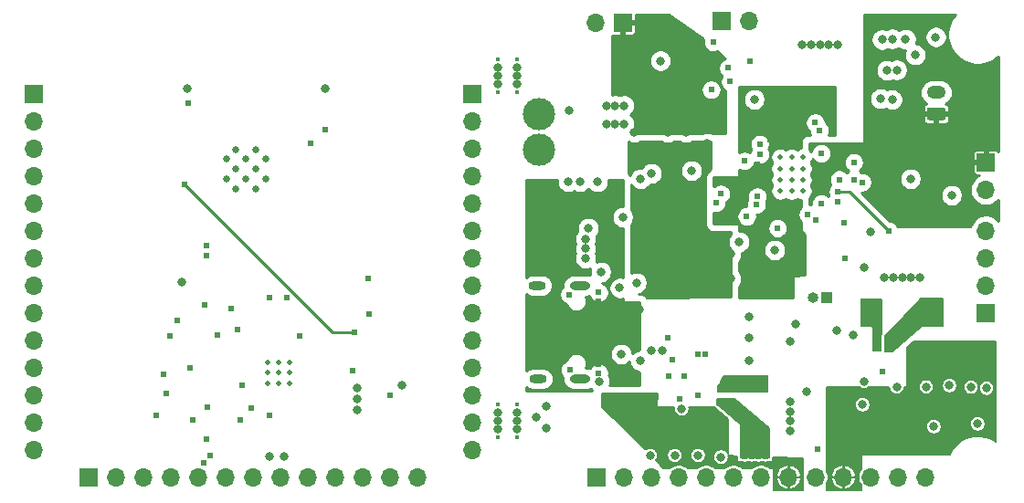
<source format=gbr>
G04 #@! TF.GenerationSoftware,KiCad,Pcbnew,(5.1.8)-1*
G04 #@! TF.CreationDate,2021-02-03T20:38:12+01:00*
G04 #@! TF.ProjectId,SuperPower-uC-KiCad,53757065-7250-46f7-9765-722d75432d4b,rev?*
G04 #@! TF.SameCoordinates,Original*
G04 #@! TF.FileFunction,Copper,L3,Inr*
G04 #@! TF.FilePolarity,Positive*
%FSLAX46Y46*%
G04 Gerber Fmt 4.6, Leading zero omitted, Abs format (unit mm)*
G04 Created by KiCad (PCBNEW (5.1.8)-1) date 2021-02-03 20:38:12*
%MOMM*%
%LPD*%
G01*
G04 APERTURE LIST*
G04 #@! TA.AperFunction,ComponentPad*
%ADD10O,1.600000X0.800000*%
G04 #@! TD*
G04 #@! TA.AperFunction,ComponentPad*
%ADD11O,1.900000X0.800000*%
G04 #@! TD*
G04 #@! TA.AperFunction,ComponentPad*
%ADD12C,0.650000*%
G04 #@! TD*
G04 #@! TA.AperFunction,ComponentPad*
%ADD13C,0.500000*%
G04 #@! TD*
G04 #@! TA.AperFunction,ComponentPad*
%ADD14O,1.700000X1.700000*%
G04 #@! TD*
G04 #@! TA.AperFunction,ComponentPad*
%ADD15R,1.700000X1.700000*%
G04 #@! TD*
G04 #@! TA.AperFunction,WasherPad*
%ADD16C,3.000000*%
G04 #@! TD*
G04 #@! TA.AperFunction,ComponentPad*
%ADD17O,1.000000X1.000000*%
G04 #@! TD*
G04 #@! TA.AperFunction,ComponentPad*
%ADD18R,1.000000X1.000000*%
G04 #@! TD*
G04 #@! TA.AperFunction,ComponentPad*
%ADD19O,1.750000X1.200000*%
G04 #@! TD*
G04 #@! TA.AperFunction,ViaPad*
%ADD20C,0.800000*%
G04 #@! TD*
G04 #@! TA.AperFunction,ViaPad*
%ADD21C,0.410000*%
G04 #@! TD*
G04 #@! TA.AperFunction,ViaPad*
%ADD22C,0.610000*%
G04 #@! TD*
G04 #@! TA.AperFunction,ViaPad*
%ADD23C,0.500000*%
G04 #@! TD*
G04 #@! TA.AperFunction,Conductor*
%ADD24C,0.250000*%
G04 #@! TD*
G04 #@! TA.AperFunction,Conductor*
%ADD25C,0.254000*%
G04 #@! TD*
G04 #@! TA.AperFunction,Conductor*
%ADD26C,0.100000*%
G04 #@! TD*
G04 #@! TA.AperFunction,Conductor*
%ADD27C,0.200000*%
G04 #@! TD*
G04 APERTURE END LIST*
D10*
X150465000Y-102228400D03*
X150515000Y-110878400D03*
D11*
X154415000Y-102228400D03*
X154415000Y-110878400D03*
D12*
X122527260Y-89596760D03*
X124362260Y-89596760D03*
X121609760Y-90514260D03*
X121609760Y-92349260D03*
X123444760Y-90514260D03*
X125279760Y-90514260D03*
X123444760Y-92349260D03*
X125279760Y-92349260D03*
X122527260Y-91431760D03*
X122527260Y-93266760D03*
X124362260Y-91431760D03*
X124362260Y-93266760D03*
D13*
X127476760Y-111322360D03*
X126476760Y-111322360D03*
X125476760Y-111322360D03*
X127476760Y-110322360D03*
X126476760Y-110322360D03*
X125476760Y-110322360D03*
X127476760Y-109322360D03*
X126476760Y-109322360D03*
X125476760Y-109322360D03*
D14*
X192024000Y-97155000D03*
X192024000Y-99695000D03*
X192024000Y-102235000D03*
D15*
X192024000Y-104775000D03*
D13*
X175090400Y-93472200D03*
X174015400Y-93472200D03*
X172940400Y-93472200D03*
X175090400Y-92422200D03*
X174015400Y-92422200D03*
X172940400Y-92422200D03*
X175090400Y-91372200D03*
X174015400Y-91372200D03*
X172940400Y-91372200D03*
X175090400Y-90322200D03*
X174015400Y-90322200D03*
X172940400Y-90322200D03*
D16*
X150622000Y-86360000D03*
X150622000Y-89662000D03*
D14*
X186436000Y-120015000D03*
X183896000Y-120015000D03*
X181356000Y-120015000D03*
X178816000Y-120015000D03*
X176276000Y-120015000D03*
X173736000Y-120015000D03*
X171196000Y-120015000D03*
X168656000Y-120015000D03*
X166116000Y-120015000D03*
X163576000Y-120015000D03*
X161036000Y-120015000D03*
X158496000Y-120015000D03*
D15*
X155956000Y-120015000D03*
D14*
X139319000Y-120015000D03*
X136779000Y-120015000D03*
X134239000Y-120015000D03*
X131699000Y-120015000D03*
X129159000Y-120015000D03*
X126619000Y-120015000D03*
X124079000Y-120015000D03*
X121539000Y-120015000D03*
X118999000Y-120015000D03*
X116459000Y-120015000D03*
X113919000Y-120015000D03*
X111379000Y-120015000D03*
D15*
X108839000Y-120015000D03*
D14*
X144399000Y-117475000D03*
X144399000Y-114935000D03*
X144399000Y-112395000D03*
X144399000Y-109855000D03*
X144399000Y-107315000D03*
X144399000Y-104775000D03*
X144399000Y-102235000D03*
X144399000Y-99695000D03*
X144399000Y-97155000D03*
X144399000Y-94615000D03*
X144399000Y-92075000D03*
X144399000Y-89535000D03*
X144399000Y-86995000D03*
D15*
X144399000Y-84455000D03*
D14*
X103759000Y-117475000D03*
X103759000Y-114935000D03*
X103759000Y-112395000D03*
X103759000Y-109855000D03*
X103759000Y-107315000D03*
X103759000Y-104775000D03*
X103759000Y-102235000D03*
X103759000Y-99695000D03*
X103759000Y-97155000D03*
X103759000Y-94615000D03*
X103759000Y-92075000D03*
X103759000Y-89535000D03*
X103759000Y-86995000D03*
D15*
X103759000Y-84455000D03*
D14*
X192024000Y-93345000D03*
D15*
X192024000Y-90805000D03*
D17*
X176022000Y-103378000D03*
D18*
X177292000Y-103378000D03*
D14*
X155829000Y-77851000D03*
D15*
X158369000Y-77851000D03*
X167576500Y-77724000D03*
D14*
X170116500Y-77724000D03*
G04 #@! TA.AperFunction,ComponentPad*
G36*
G01*
X188051601Y-86909200D02*
X186801599Y-86909200D01*
G75*
G02*
X186551600Y-86659201I0J249999D01*
G01*
X186551600Y-85959199D01*
G75*
G02*
X186801599Y-85709200I249999J0D01*
G01*
X188051601Y-85709200D01*
G75*
G02*
X188301600Y-85959199I0J-249999D01*
G01*
X188301600Y-86659201D01*
G75*
G02*
X188051601Y-86909200I-249999J0D01*
G01*
G37*
G04 #@! TD.AperFunction*
D19*
X187426600Y-84309200D03*
D20*
X146812000Y-83566000D03*
X146812000Y-82804000D03*
X146812000Y-82042000D03*
X148590000Y-83566000D03*
X148590000Y-82804000D03*
X148590000Y-82042000D03*
D21*
X148590000Y-81280000D03*
X146812000Y-81280000D03*
X148590000Y-84328000D03*
X146812000Y-84328000D03*
D20*
X183769000Y-82232500D03*
X182847793Y-82264151D03*
X156845000Y-87249000D03*
X157670500Y-87249000D03*
X156845000Y-85534500D03*
X157670500Y-85534500D03*
X158496000Y-87249000D03*
X158496000Y-85534500D03*
X191262000Y-115062000D03*
X146812000Y-114046000D03*
X146812000Y-114808000D03*
X148590000Y-114808000D03*
X148590000Y-114046000D03*
D21*
X148590000Y-116332000D03*
X146812000Y-116332000D03*
X146812000Y-113284000D03*
X148590000Y-113284000D03*
D20*
X146812000Y-115570000D03*
X181356000Y-97282000D03*
X180721000Y-100584000D03*
X172466000Y-98933000D03*
X169164000Y-98171000D03*
X156337000Y-100965000D03*
X159639000Y-101981000D03*
X160020000Y-109220000D03*
X163194989Y-117982989D03*
X165354000Y-117983000D03*
X173863000Y-107442000D03*
X174371000Y-105791000D03*
X178186464Y-106385525D03*
X187198000Y-115316000D03*
X158242000Y-108585000D03*
X160024660Y-92333660D03*
D22*
X120777000Y-106807000D03*
X120142000Y-117983000D03*
X119888000Y-113533010D03*
D20*
X130810000Y-83947000D03*
X117983000Y-83947000D03*
X117533914Y-101912914D03*
X133731000Y-111760000D03*
X133731000Y-112776000D03*
X133731000Y-113792000D03*
X125603000Y-118110000D03*
X127000000Y-118110000D03*
D22*
X119761000Y-116459000D03*
X118491000Y-114681000D03*
D20*
X154432000Y-92583000D03*
X183769000Y-111633000D03*
X163830000Y-113665000D03*
X153416000Y-85979000D03*
X188849000Y-93853000D03*
X155194000Y-96901000D03*
D22*
X167449500Y-93726000D03*
D20*
X187388500Y-79184500D03*
X182395722Y-79413030D03*
X183354307Y-79356807D03*
X164755990Y-91567000D03*
X170053000Y-109220000D03*
X170053004Y-107061000D03*
X170053000Y-105092500D03*
X188658500Y-111506000D03*
X190658755Y-111664755D03*
X192087500Y-111760000D03*
X186503042Y-111629458D03*
D22*
X176403000Y-117411500D03*
D20*
X160909029Y-117983029D03*
D22*
X168148985Y-82042985D03*
D20*
X137922000Y-111506000D03*
X167476590Y-118146410D03*
X179698254Y-106809574D03*
D22*
X165354000Y-108585000D03*
X165988998Y-108585002D03*
D20*
X180705723Y-111109723D03*
X173863000Y-113030000D03*
X173863000Y-113919000D03*
X173863000Y-114808000D03*
X173863000Y-115697000D03*
X184277000Y-101473000D03*
X183451500Y-101473000D03*
X182626000Y-101473000D03*
X185102500Y-101473000D03*
X185928000Y-101473000D03*
X176657000Y-79883000D03*
X175831500Y-79883000D03*
X175006000Y-79883000D03*
X177482500Y-79883000D03*
X178308000Y-79883000D03*
X161861500Y-81380500D03*
D22*
X166751000Y-79629000D03*
D20*
X156026791Y-92618111D03*
D22*
X182445944Y-110218529D03*
X165293187Y-112399436D03*
X164079010Y-110610609D03*
D20*
X148590000Y-115570000D03*
X151320500Y-113411000D03*
X151320500Y-115443000D03*
X150368000Y-114427000D03*
D22*
X156146500Y-110347503D03*
D20*
X156177979Y-111125000D03*
D22*
X153485980Y-110056591D03*
X153416000Y-103060500D03*
D20*
X175450498Y-112077500D03*
D22*
X176212500Y-87122000D03*
X176593500Y-87820500D03*
D20*
X161036000Y-91821000D03*
D22*
X156145734Y-102874507D03*
D20*
X158091239Y-102455744D03*
D22*
X162623500Y-110617000D03*
D20*
X180594000Y-113284000D03*
X185039000Y-92329000D03*
D22*
X170179504Y-81406504D03*
D20*
X154940000Y-97917000D03*
X154940000Y-99695000D03*
X154940000Y-98806000D03*
D22*
X170751500Y-94742000D03*
X170831617Y-93968527D03*
X169655593Y-90675114D03*
X183007000Y-97155000D03*
X171093825Y-90058868D03*
X178303268Y-93533300D03*
X172720000Y-96901000D03*
X178879500Y-96437974D03*
D20*
X170561000Y-84963000D03*
D22*
X171069096Y-89100958D03*
D20*
X170815000Y-102235000D03*
X170307000Y-100330000D03*
D22*
X171005500Y-86614000D03*
X171005500Y-87249000D03*
X171005500Y-87884000D03*
X170307000Y-86614000D03*
X170307000Y-87249000D03*
X170307000Y-87884000D03*
X177482500Y-85661500D03*
X176847500Y-85661500D03*
X176212500Y-85661500D03*
X171986077Y-88726794D03*
X170815000Y-91694000D03*
X170815000Y-90995500D03*
X179788584Y-90802747D03*
X179782587Y-92404398D03*
X123063000Y-111452360D03*
X133350000Y-110109000D03*
D20*
X160401000Y-86741000D03*
D22*
X169862500Y-95821500D03*
X167044990Y-94551500D03*
D20*
X166116000Y-86296500D03*
X160240839Y-87850839D03*
X162560000Y-88011000D03*
X164211000Y-88011000D03*
D22*
X176777555Y-94617148D03*
X165798500Y-81343500D03*
X159829500Y-81597500D03*
D20*
X159448500Y-88011000D03*
X167386000Y-101600000D03*
X168402000Y-101600000D03*
X163562844Y-100622032D03*
X160147000Y-100203000D03*
X162687000Y-94742000D03*
X160147000Y-96520000D03*
X168402000Y-99313988D03*
X166206000Y-89027000D03*
X167386000Y-99377500D03*
D22*
X136784900Y-112389100D03*
X134874000Y-104902000D03*
X178943000Y-99695000D03*
D20*
X159639000Y-110490000D03*
X151003000Y-96837500D03*
X150050502Y-97218500D03*
D22*
X156146500Y-108935253D03*
X156146500Y-104330500D03*
X156146500Y-103695500D03*
X156146500Y-109537500D03*
D20*
X159956500Y-104457500D03*
D22*
X176281000Y-96140488D03*
X168338500Y-83312000D03*
X125603000Y-103378000D03*
X129413000Y-89027000D03*
X127254000Y-103378000D03*
X130810000Y-87757000D03*
X175510433Y-95625477D03*
X166565015Y-84067515D03*
X134747000Y-101600000D03*
X116395500Y-106870500D03*
D20*
X153289000Y-92583000D03*
X158369000Y-95885000D03*
X184594500Y-79375000D03*
X182260997Y-84899500D03*
D22*
X125606760Y-114300000D03*
X122936000Y-114681000D03*
X128452046Y-106889832D03*
X122682000Y-106299000D03*
D20*
X162069000Y-108267500D03*
X161019000Y-108267500D03*
D22*
X178319868Y-94440867D03*
X180552630Y-92655694D03*
X163671471Y-112717969D03*
X162966393Y-109137710D03*
D23*
X181927500Y-108077000D03*
X181927500Y-107505500D03*
X181927500Y-106934000D03*
D22*
X180657500Y-105600500D03*
X180657500Y-104330500D03*
X180657500Y-103695500D03*
X180657500Y-104965500D03*
X187833000Y-103695500D03*
D23*
X183007000Y-108077000D03*
X183007000Y-106934000D03*
D22*
X187833000Y-105600500D03*
X187833000Y-104965500D03*
X187833000Y-104330500D03*
D23*
X183007000Y-107505500D03*
D22*
X169672000Y-118046500D03*
X170307000Y-118046500D03*
X170942000Y-118046500D03*
X171577000Y-118046500D03*
D23*
X167449500Y-112903000D03*
X168021000Y-112903000D03*
X168592500Y-112903000D03*
D22*
X169672000Y-110807500D03*
X170307000Y-110807500D03*
X170942000Y-110807500D03*
X171577000Y-110807500D03*
D23*
X167449500Y-111887000D03*
X168021000Y-111887000D03*
X168592500Y-111887000D03*
D22*
X118237000Y-109855000D03*
X122047000Y-104394000D03*
D20*
X185482998Y-80835000D03*
X183339194Y-84977694D03*
D22*
X162560000Y-107061000D03*
D20*
X160020000Y-113474500D03*
X158115000Y-113728500D03*
X159766000Y-114363500D03*
X167640000Y-115316000D03*
X165242578Y-116275430D03*
X160972500Y-116205000D03*
X167132000Y-114236500D03*
X190246000Y-112649000D03*
X185928000Y-113156986D03*
X180086000Y-117729000D03*
X180467000Y-115697000D03*
X185667800Y-107892700D03*
X187699800Y-107880300D03*
X189731800Y-107880300D03*
X191763800Y-107880300D03*
D22*
X178435000Y-92392500D03*
X176756325Y-89975664D03*
X119490155Y-118650716D03*
X115125500Y-114236500D03*
X119634000Y-104013000D03*
X116078000Y-112268000D03*
X117729000Y-92837000D03*
X133477000Y-106553000D03*
X119765990Y-99442907D03*
X119765990Y-98552000D03*
X115824000Y-110490000D03*
X118110000Y-85344000D03*
X117114108Y-105444177D03*
X123909926Y-113592684D03*
D20*
X188595000Y-90678000D03*
D22*
X177450462Y-91789538D03*
X181356239Y-89788761D03*
X181356000Y-90424000D03*
X181356000Y-91059000D03*
X177418990Y-91122510D03*
D24*
X183007000Y-97155000D02*
X179385300Y-93533300D01*
X179385300Y-93533300D02*
X178303268Y-93533300D01*
X131445000Y-106553000D02*
X117729000Y-92837000D01*
X133477000Y-106553000D02*
X131445000Y-106553000D01*
D25*
X178054000Y-88265000D02*
X177426831Y-88265000D01*
X177497376Y-88094688D01*
X177533500Y-87913082D01*
X177533500Y-87727918D01*
X177497376Y-87546312D01*
X177426517Y-87375243D01*
X177323645Y-87221285D01*
X177192715Y-87090355D01*
X177152500Y-87063484D01*
X177152500Y-87029418D01*
X177116376Y-86847812D01*
X177045517Y-86676743D01*
X176942645Y-86522785D01*
X176811715Y-86391855D01*
X176657757Y-86288983D01*
X176486688Y-86218124D01*
X176305082Y-86182000D01*
X176119918Y-86182000D01*
X175938312Y-86218124D01*
X175767243Y-86288983D01*
X175613285Y-86391855D01*
X175482355Y-86522785D01*
X175379483Y-86676743D01*
X175308624Y-86847812D01*
X175272500Y-87029418D01*
X175272500Y-87214582D01*
X175308624Y-87396188D01*
X175379483Y-87567257D01*
X175482355Y-87721215D01*
X175613285Y-87852145D01*
X175653500Y-87879016D01*
X175653500Y-87913082D01*
X175689624Y-88094688D01*
X175760169Y-88265000D01*
X175514000Y-88265000D01*
X175390118Y-88277201D01*
X175270996Y-88313336D01*
X175161213Y-88372017D01*
X175064987Y-88450987D01*
X174986017Y-88547213D01*
X174927336Y-88656996D01*
X174891201Y-88776118D01*
X174879000Y-88900000D01*
X174879000Y-89461912D01*
X174832255Y-89471210D01*
X174671195Y-89537923D01*
X174552900Y-89616966D01*
X174434605Y-89537923D01*
X174273545Y-89471210D01*
X174102565Y-89437200D01*
X173928235Y-89437200D01*
X173757255Y-89471210D01*
X173596195Y-89537923D01*
X173477900Y-89616966D01*
X173359605Y-89537923D01*
X173198545Y-89471210D01*
X173027565Y-89437200D01*
X172853235Y-89437200D01*
X172682255Y-89471210D01*
X172521195Y-89537923D01*
X172376245Y-89634776D01*
X172252976Y-89758045D01*
X172156123Y-89902995D01*
X172089410Y-90064055D01*
X172055400Y-90235035D01*
X172055400Y-90409365D01*
X172089410Y-90580345D01*
X172156123Y-90741405D01*
X172226813Y-90847200D01*
X172156123Y-90952995D01*
X172089410Y-91114055D01*
X172055400Y-91285035D01*
X172055400Y-91459365D01*
X172089410Y-91630345D01*
X172156123Y-91791405D01*
X172226813Y-91897200D01*
X172156123Y-92002995D01*
X172089410Y-92164055D01*
X172055400Y-92335035D01*
X172055400Y-92509365D01*
X172089410Y-92680345D01*
X172156123Y-92841405D01*
X172226813Y-92947200D01*
X172156123Y-93052995D01*
X172089410Y-93214055D01*
X172055400Y-93385035D01*
X172055400Y-93559365D01*
X172089410Y-93730345D01*
X172156123Y-93891405D01*
X172252976Y-94036355D01*
X172376245Y-94159624D01*
X172521195Y-94256477D01*
X172682255Y-94323190D01*
X172853235Y-94357200D01*
X173027565Y-94357200D01*
X173198545Y-94323190D01*
X173359605Y-94256477D01*
X173477900Y-94177434D01*
X173596195Y-94256477D01*
X173757255Y-94323190D01*
X173928235Y-94357200D01*
X174102565Y-94357200D01*
X174273545Y-94323190D01*
X174434605Y-94256477D01*
X174552900Y-94177434D01*
X174671195Y-94256477D01*
X174832255Y-94323190D01*
X174879000Y-94332488D01*
X174879000Y-94927550D01*
X174780288Y-95026262D01*
X174677416Y-95180220D01*
X174606557Y-95351289D01*
X174570433Y-95532895D01*
X174570433Y-95718059D01*
X174606557Y-95899665D01*
X174677416Y-96070734D01*
X174780288Y-96224692D01*
X174879000Y-96323404D01*
X174879000Y-96901000D01*
X174891201Y-97024882D01*
X174927336Y-97144004D01*
X174986017Y-97253787D01*
X175064987Y-97350013D01*
X175161213Y-97428983D01*
X175260000Y-97481786D01*
X175260000Y-101232330D01*
X174229975Y-101346777D01*
X174205620Y-101351938D01*
X174182739Y-101361752D01*
X174162213Y-101375841D01*
X174144830Y-101393664D01*
X174131257Y-101414535D01*
X174122018Y-101437654D01*
X174117000Y-101473000D01*
X174117000Y-103378000D01*
X169164000Y-103378000D01*
X169164000Y-102301711D01*
X169205937Y-102259774D01*
X169319205Y-102090256D01*
X169397226Y-101901898D01*
X169437000Y-101701939D01*
X169437000Y-101498061D01*
X169397226Y-101298102D01*
X169319205Y-101109744D01*
X169205937Y-100940226D01*
X169164000Y-100898289D01*
X169164000Y-100015699D01*
X169205937Y-99973762D01*
X169319205Y-99804244D01*
X169397226Y-99615886D01*
X169437000Y-99415927D01*
X169437000Y-99212049D01*
X169429332Y-99173499D01*
X169465898Y-99166226D01*
X169654256Y-99088205D01*
X169823774Y-98974937D01*
X169967650Y-98831061D01*
X171431000Y-98831061D01*
X171431000Y-99034939D01*
X171470774Y-99234898D01*
X171548795Y-99423256D01*
X171662063Y-99592774D01*
X171806226Y-99736937D01*
X171975744Y-99850205D01*
X172164102Y-99928226D01*
X172364061Y-99968000D01*
X172567939Y-99968000D01*
X172767898Y-99928226D01*
X172956256Y-99850205D01*
X173125774Y-99736937D01*
X173269937Y-99592774D01*
X173383205Y-99423256D01*
X173461226Y-99234898D01*
X173501000Y-99034939D01*
X173501000Y-98831061D01*
X173461226Y-98631102D01*
X173383205Y-98442744D01*
X173269937Y-98273226D01*
X173125774Y-98129063D01*
X172956256Y-98015795D01*
X172767898Y-97937774D01*
X172567939Y-97898000D01*
X172364061Y-97898000D01*
X172164102Y-97937774D01*
X171975744Y-98015795D01*
X171806226Y-98129063D01*
X171662063Y-98273226D01*
X171548795Y-98442744D01*
X171470774Y-98631102D01*
X171431000Y-98831061D01*
X169967650Y-98831061D01*
X169967937Y-98830774D01*
X170081205Y-98661256D01*
X170159226Y-98472898D01*
X170199000Y-98272939D01*
X170199000Y-98069061D01*
X170159226Y-97869102D01*
X170081205Y-97680744D01*
X169967937Y-97511226D01*
X169823774Y-97367063D01*
X169654256Y-97253795D01*
X169465898Y-97175774D01*
X169265939Y-97136000D01*
X169164000Y-97136000D01*
X169164000Y-96808418D01*
X171780000Y-96808418D01*
X171780000Y-96993582D01*
X171816124Y-97175188D01*
X171886983Y-97346257D01*
X171989855Y-97500215D01*
X172120785Y-97631145D01*
X172274743Y-97734017D01*
X172445812Y-97804876D01*
X172627418Y-97841000D01*
X172812582Y-97841000D01*
X172994188Y-97804876D01*
X173165257Y-97734017D01*
X173319215Y-97631145D01*
X173450145Y-97500215D01*
X173553017Y-97346257D01*
X173623876Y-97175188D01*
X173660000Y-96993582D01*
X173660000Y-96808418D01*
X173623876Y-96626812D01*
X173553017Y-96455743D01*
X173450145Y-96301785D01*
X173319215Y-96170855D01*
X173165257Y-96067983D01*
X172994188Y-95997124D01*
X172812582Y-95961000D01*
X172627418Y-95961000D01*
X172445812Y-95997124D01*
X172274743Y-96067983D01*
X172120785Y-96170855D01*
X171989855Y-96301785D01*
X171886983Y-96455743D01*
X171816124Y-96626812D01*
X171780000Y-96808418D01*
X169164000Y-96808418D01*
X169164000Y-96647000D01*
X169161560Y-96622224D01*
X169154333Y-96598399D01*
X169142597Y-96576443D01*
X169126803Y-96557197D01*
X169107557Y-96541403D01*
X169085601Y-96529667D01*
X169061776Y-96522440D01*
X169037000Y-96520000D01*
X166814500Y-96520000D01*
X166814500Y-95728918D01*
X168922500Y-95728918D01*
X168922500Y-95914082D01*
X168958624Y-96095688D01*
X169029483Y-96266757D01*
X169132355Y-96420715D01*
X169263285Y-96551645D01*
X169417243Y-96654517D01*
X169588312Y-96725376D01*
X169769918Y-96761500D01*
X169955082Y-96761500D01*
X170136688Y-96725376D01*
X170307757Y-96654517D01*
X170461715Y-96551645D01*
X170592645Y-96420715D01*
X170695517Y-96266757D01*
X170766376Y-96095688D01*
X170802500Y-95914082D01*
X170802500Y-95728918D01*
X170793167Y-95682000D01*
X170844082Y-95682000D01*
X171025688Y-95645876D01*
X171196757Y-95575017D01*
X171350715Y-95472145D01*
X171481645Y-95341215D01*
X171584517Y-95187257D01*
X171655376Y-95016188D01*
X171691500Y-94834582D01*
X171691500Y-94649418D01*
X171655376Y-94467812D01*
X171645104Y-94443013D01*
X171664634Y-94413784D01*
X171735493Y-94242715D01*
X171771617Y-94061109D01*
X171771617Y-93875945D01*
X171735493Y-93694339D01*
X171664634Y-93523270D01*
X171561762Y-93369312D01*
X171430832Y-93238382D01*
X171276874Y-93135510D01*
X171105805Y-93064651D01*
X170924199Y-93028527D01*
X170739035Y-93028527D01*
X170557429Y-93064651D01*
X170386360Y-93135510D01*
X170232402Y-93238382D01*
X170101472Y-93369312D01*
X169998600Y-93523270D01*
X169927741Y-93694339D01*
X169891617Y-93875945D01*
X169891617Y-94061109D01*
X169927741Y-94242715D01*
X169938013Y-94267514D01*
X169918483Y-94296743D01*
X169847624Y-94467812D01*
X169811500Y-94649418D01*
X169811500Y-94834582D01*
X169820833Y-94881500D01*
X169769918Y-94881500D01*
X169588312Y-94917624D01*
X169417243Y-94988483D01*
X169263285Y-95091355D01*
X169132355Y-95222285D01*
X169029483Y-95376243D01*
X168958624Y-95547312D01*
X168922500Y-95728918D01*
X166814500Y-95728918D01*
X166814500Y-95464068D01*
X166952408Y-95491500D01*
X167137572Y-95491500D01*
X167319178Y-95455376D01*
X167490247Y-95384517D01*
X167644205Y-95281645D01*
X167775135Y-95150715D01*
X167878007Y-94996757D01*
X167948866Y-94825688D01*
X167984990Y-94644082D01*
X167984990Y-94498725D01*
X168048715Y-94456145D01*
X168179645Y-94325215D01*
X168282517Y-94171257D01*
X168353376Y-94000188D01*
X168389500Y-93818582D01*
X168389500Y-93633418D01*
X168353376Y-93451812D01*
X168282517Y-93280743D01*
X168179645Y-93126785D01*
X168048715Y-92995855D01*
X167894757Y-92892983D01*
X167723688Y-92822124D01*
X167542082Y-92786000D01*
X167356918Y-92786000D01*
X167175312Y-92822124D01*
X167004243Y-92892983D01*
X166850285Y-92995855D01*
X166814500Y-93031640D01*
X166814500Y-92202000D01*
X169037000Y-92202000D01*
X169061776Y-92199560D01*
X169085601Y-92192333D01*
X169107557Y-92180597D01*
X169126803Y-92164803D01*
X169142597Y-92145557D01*
X169154333Y-92123601D01*
X169161560Y-92099776D01*
X169164000Y-92075000D01*
X169164000Y-91477170D01*
X169210336Y-91508131D01*
X169381405Y-91578990D01*
X169563011Y-91615114D01*
X169748175Y-91615114D01*
X169929781Y-91578990D01*
X170100850Y-91508131D01*
X170254808Y-91405259D01*
X170385738Y-91274329D01*
X170488610Y-91120371D01*
X170559469Y-90949302D01*
X170580003Y-90846071D01*
X170648568Y-90891885D01*
X170819637Y-90962744D01*
X171001243Y-90998868D01*
X171186407Y-90998868D01*
X171368013Y-90962744D01*
X171539082Y-90891885D01*
X171693040Y-90789013D01*
X171823970Y-90658083D01*
X171926842Y-90504125D01*
X171997701Y-90333056D01*
X172033825Y-90151450D01*
X172033825Y-89966286D01*
X171997701Y-89784680D01*
X171926842Y-89613611D01*
X171891961Y-89561408D01*
X171902113Y-89546215D01*
X171972972Y-89375146D01*
X172009096Y-89193540D01*
X172009096Y-89008376D01*
X171972972Y-88826770D01*
X171902113Y-88655701D01*
X171799241Y-88501743D01*
X171668311Y-88370813D01*
X171514353Y-88267941D01*
X171343284Y-88197082D01*
X171161678Y-88160958D01*
X170976514Y-88160958D01*
X170794908Y-88197082D01*
X170623839Y-88267941D01*
X170469881Y-88370813D01*
X170338951Y-88501743D01*
X170236079Y-88655701D01*
X170165220Y-88826770D01*
X170129096Y-89008376D01*
X170129096Y-89193540D01*
X170165220Y-89375146D01*
X170236079Y-89546215D01*
X170270960Y-89598418D01*
X170260808Y-89613611D01*
X170189949Y-89784680D01*
X170169415Y-89887911D01*
X170100850Y-89842097D01*
X169929781Y-89771238D01*
X169748175Y-89735114D01*
X169563011Y-89735114D01*
X169381405Y-89771238D01*
X169210336Y-89842097D01*
X169164000Y-89873058D01*
X169164000Y-84861061D01*
X169526000Y-84861061D01*
X169526000Y-85064939D01*
X169565774Y-85264898D01*
X169643795Y-85453256D01*
X169757063Y-85622774D01*
X169901226Y-85766937D01*
X170070744Y-85880205D01*
X170259102Y-85958226D01*
X170459061Y-85998000D01*
X170662939Y-85998000D01*
X170862898Y-85958226D01*
X171051256Y-85880205D01*
X171220774Y-85766937D01*
X171364937Y-85622774D01*
X171478205Y-85453256D01*
X171556226Y-85264898D01*
X171596000Y-85064939D01*
X171596000Y-84861061D01*
X171556226Y-84661102D01*
X171478205Y-84472744D01*
X171364937Y-84303226D01*
X171220774Y-84159063D01*
X171051256Y-84045795D01*
X170862898Y-83967774D01*
X170662939Y-83928000D01*
X170459061Y-83928000D01*
X170259102Y-83967774D01*
X170070744Y-84045795D01*
X169901226Y-84159063D01*
X169757063Y-84303226D01*
X169643795Y-84472744D01*
X169565774Y-84661102D01*
X169526000Y-84861061D01*
X169164000Y-84861061D01*
X169164000Y-83820000D01*
X178054000Y-83820000D01*
X178054000Y-88265000D01*
G04 #@! TA.AperFunction,Conductor*
D26*
G36*
X178054000Y-88265000D02*
G01*
X177426831Y-88265000D01*
X177497376Y-88094688D01*
X177533500Y-87913082D01*
X177533500Y-87727918D01*
X177497376Y-87546312D01*
X177426517Y-87375243D01*
X177323645Y-87221285D01*
X177192715Y-87090355D01*
X177152500Y-87063484D01*
X177152500Y-87029418D01*
X177116376Y-86847812D01*
X177045517Y-86676743D01*
X176942645Y-86522785D01*
X176811715Y-86391855D01*
X176657757Y-86288983D01*
X176486688Y-86218124D01*
X176305082Y-86182000D01*
X176119918Y-86182000D01*
X175938312Y-86218124D01*
X175767243Y-86288983D01*
X175613285Y-86391855D01*
X175482355Y-86522785D01*
X175379483Y-86676743D01*
X175308624Y-86847812D01*
X175272500Y-87029418D01*
X175272500Y-87214582D01*
X175308624Y-87396188D01*
X175379483Y-87567257D01*
X175482355Y-87721215D01*
X175613285Y-87852145D01*
X175653500Y-87879016D01*
X175653500Y-87913082D01*
X175689624Y-88094688D01*
X175760169Y-88265000D01*
X175514000Y-88265000D01*
X175390118Y-88277201D01*
X175270996Y-88313336D01*
X175161213Y-88372017D01*
X175064987Y-88450987D01*
X174986017Y-88547213D01*
X174927336Y-88656996D01*
X174891201Y-88776118D01*
X174879000Y-88900000D01*
X174879000Y-89461912D01*
X174832255Y-89471210D01*
X174671195Y-89537923D01*
X174552900Y-89616966D01*
X174434605Y-89537923D01*
X174273545Y-89471210D01*
X174102565Y-89437200D01*
X173928235Y-89437200D01*
X173757255Y-89471210D01*
X173596195Y-89537923D01*
X173477900Y-89616966D01*
X173359605Y-89537923D01*
X173198545Y-89471210D01*
X173027565Y-89437200D01*
X172853235Y-89437200D01*
X172682255Y-89471210D01*
X172521195Y-89537923D01*
X172376245Y-89634776D01*
X172252976Y-89758045D01*
X172156123Y-89902995D01*
X172089410Y-90064055D01*
X172055400Y-90235035D01*
X172055400Y-90409365D01*
X172089410Y-90580345D01*
X172156123Y-90741405D01*
X172226813Y-90847200D01*
X172156123Y-90952995D01*
X172089410Y-91114055D01*
X172055400Y-91285035D01*
X172055400Y-91459365D01*
X172089410Y-91630345D01*
X172156123Y-91791405D01*
X172226813Y-91897200D01*
X172156123Y-92002995D01*
X172089410Y-92164055D01*
X172055400Y-92335035D01*
X172055400Y-92509365D01*
X172089410Y-92680345D01*
X172156123Y-92841405D01*
X172226813Y-92947200D01*
X172156123Y-93052995D01*
X172089410Y-93214055D01*
X172055400Y-93385035D01*
X172055400Y-93559365D01*
X172089410Y-93730345D01*
X172156123Y-93891405D01*
X172252976Y-94036355D01*
X172376245Y-94159624D01*
X172521195Y-94256477D01*
X172682255Y-94323190D01*
X172853235Y-94357200D01*
X173027565Y-94357200D01*
X173198545Y-94323190D01*
X173359605Y-94256477D01*
X173477900Y-94177434D01*
X173596195Y-94256477D01*
X173757255Y-94323190D01*
X173928235Y-94357200D01*
X174102565Y-94357200D01*
X174273545Y-94323190D01*
X174434605Y-94256477D01*
X174552900Y-94177434D01*
X174671195Y-94256477D01*
X174832255Y-94323190D01*
X174879000Y-94332488D01*
X174879000Y-94927550D01*
X174780288Y-95026262D01*
X174677416Y-95180220D01*
X174606557Y-95351289D01*
X174570433Y-95532895D01*
X174570433Y-95718059D01*
X174606557Y-95899665D01*
X174677416Y-96070734D01*
X174780288Y-96224692D01*
X174879000Y-96323404D01*
X174879000Y-96901000D01*
X174891201Y-97024882D01*
X174927336Y-97144004D01*
X174986017Y-97253787D01*
X175064987Y-97350013D01*
X175161213Y-97428983D01*
X175260000Y-97481786D01*
X175260000Y-101232330D01*
X174229975Y-101346777D01*
X174205620Y-101351938D01*
X174182739Y-101361752D01*
X174162213Y-101375841D01*
X174144830Y-101393664D01*
X174131257Y-101414535D01*
X174122018Y-101437654D01*
X174117000Y-101473000D01*
X174117000Y-103378000D01*
X169164000Y-103378000D01*
X169164000Y-102301711D01*
X169205937Y-102259774D01*
X169319205Y-102090256D01*
X169397226Y-101901898D01*
X169437000Y-101701939D01*
X169437000Y-101498061D01*
X169397226Y-101298102D01*
X169319205Y-101109744D01*
X169205937Y-100940226D01*
X169164000Y-100898289D01*
X169164000Y-100015699D01*
X169205937Y-99973762D01*
X169319205Y-99804244D01*
X169397226Y-99615886D01*
X169437000Y-99415927D01*
X169437000Y-99212049D01*
X169429332Y-99173499D01*
X169465898Y-99166226D01*
X169654256Y-99088205D01*
X169823774Y-98974937D01*
X169967650Y-98831061D01*
X171431000Y-98831061D01*
X171431000Y-99034939D01*
X171470774Y-99234898D01*
X171548795Y-99423256D01*
X171662063Y-99592774D01*
X171806226Y-99736937D01*
X171975744Y-99850205D01*
X172164102Y-99928226D01*
X172364061Y-99968000D01*
X172567939Y-99968000D01*
X172767898Y-99928226D01*
X172956256Y-99850205D01*
X173125774Y-99736937D01*
X173269937Y-99592774D01*
X173383205Y-99423256D01*
X173461226Y-99234898D01*
X173501000Y-99034939D01*
X173501000Y-98831061D01*
X173461226Y-98631102D01*
X173383205Y-98442744D01*
X173269937Y-98273226D01*
X173125774Y-98129063D01*
X172956256Y-98015795D01*
X172767898Y-97937774D01*
X172567939Y-97898000D01*
X172364061Y-97898000D01*
X172164102Y-97937774D01*
X171975744Y-98015795D01*
X171806226Y-98129063D01*
X171662063Y-98273226D01*
X171548795Y-98442744D01*
X171470774Y-98631102D01*
X171431000Y-98831061D01*
X169967650Y-98831061D01*
X169967937Y-98830774D01*
X170081205Y-98661256D01*
X170159226Y-98472898D01*
X170199000Y-98272939D01*
X170199000Y-98069061D01*
X170159226Y-97869102D01*
X170081205Y-97680744D01*
X169967937Y-97511226D01*
X169823774Y-97367063D01*
X169654256Y-97253795D01*
X169465898Y-97175774D01*
X169265939Y-97136000D01*
X169164000Y-97136000D01*
X169164000Y-96808418D01*
X171780000Y-96808418D01*
X171780000Y-96993582D01*
X171816124Y-97175188D01*
X171886983Y-97346257D01*
X171989855Y-97500215D01*
X172120785Y-97631145D01*
X172274743Y-97734017D01*
X172445812Y-97804876D01*
X172627418Y-97841000D01*
X172812582Y-97841000D01*
X172994188Y-97804876D01*
X173165257Y-97734017D01*
X173319215Y-97631145D01*
X173450145Y-97500215D01*
X173553017Y-97346257D01*
X173623876Y-97175188D01*
X173660000Y-96993582D01*
X173660000Y-96808418D01*
X173623876Y-96626812D01*
X173553017Y-96455743D01*
X173450145Y-96301785D01*
X173319215Y-96170855D01*
X173165257Y-96067983D01*
X172994188Y-95997124D01*
X172812582Y-95961000D01*
X172627418Y-95961000D01*
X172445812Y-95997124D01*
X172274743Y-96067983D01*
X172120785Y-96170855D01*
X171989855Y-96301785D01*
X171886983Y-96455743D01*
X171816124Y-96626812D01*
X171780000Y-96808418D01*
X169164000Y-96808418D01*
X169164000Y-96647000D01*
X169161560Y-96622224D01*
X169154333Y-96598399D01*
X169142597Y-96576443D01*
X169126803Y-96557197D01*
X169107557Y-96541403D01*
X169085601Y-96529667D01*
X169061776Y-96522440D01*
X169037000Y-96520000D01*
X166814500Y-96520000D01*
X166814500Y-95728918D01*
X168922500Y-95728918D01*
X168922500Y-95914082D01*
X168958624Y-96095688D01*
X169029483Y-96266757D01*
X169132355Y-96420715D01*
X169263285Y-96551645D01*
X169417243Y-96654517D01*
X169588312Y-96725376D01*
X169769918Y-96761500D01*
X169955082Y-96761500D01*
X170136688Y-96725376D01*
X170307757Y-96654517D01*
X170461715Y-96551645D01*
X170592645Y-96420715D01*
X170695517Y-96266757D01*
X170766376Y-96095688D01*
X170802500Y-95914082D01*
X170802500Y-95728918D01*
X170793167Y-95682000D01*
X170844082Y-95682000D01*
X171025688Y-95645876D01*
X171196757Y-95575017D01*
X171350715Y-95472145D01*
X171481645Y-95341215D01*
X171584517Y-95187257D01*
X171655376Y-95016188D01*
X171691500Y-94834582D01*
X171691500Y-94649418D01*
X171655376Y-94467812D01*
X171645104Y-94443013D01*
X171664634Y-94413784D01*
X171735493Y-94242715D01*
X171771617Y-94061109D01*
X171771617Y-93875945D01*
X171735493Y-93694339D01*
X171664634Y-93523270D01*
X171561762Y-93369312D01*
X171430832Y-93238382D01*
X171276874Y-93135510D01*
X171105805Y-93064651D01*
X170924199Y-93028527D01*
X170739035Y-93028527D01*
X170557429Y-93064651D01*
X170386360Y-93135510D01*
X170232402Y-93238382D01*
X170101472Y-93369312D01*
X169998600Y-93523270D01*
X169927741Y-93694339D01*
X169891617Y-93875945D01*
X169891617Y-94061109D01*
X169927741Y-94242715D01*
X169938013Y-94267514D01*
X169918483Y-94296743D01*
X169847624Y-94467812D01*
X169811500Y-94649418D01*
X169811500Y-94834582D01*
X169820833Y-94881500D01*
X169769918Y-94881500D01*
X169588312Y-94917624D01*
X169417243Y-94988483D01*
X169263285Y-95091355D01*
X169132355Y-95222285D01*
X169029483Y-95376243D01*
X168958624Y-95547312D01*
X168922500Y-95728918D01*
X166814500Y-95728918D01*
X166814500Y-95464068D01*
X166952408Y-95491500D01*
X167137572Y-95491500D01*
X167319178Y-95455376D01*
X167490247Y-95384517D01*
X167644205Y-95281645D01*
X167775135Y-95150715D01*
X167878007Y-94996757D01*
X167948866Y-94825688D01*
X167984990Y-94644082D01*
X167984990Y-94498725D01*
X168048715Y-94456145D01*
X168179645Y-94325215D01*
X168282517Y-94171257D01*
X168353376Y-94000188D01*
X168389500Y-93818582D01*
X168389500Y-93633418D01*
X168353376Y-93451812D01*
X168282517Y-93280743D01*
X168179645Y-93126785D01*
X168048715Y-92995855D01*
X167894757Y-92892983D01*
X167723688Y-92822124D01*
X167542082Y-92786000D01*
X167356918Y-92786000D01*
X167175312Y-92822124D01*
X167004243Y-92892983D01*
X166850285Y-92995855D01*
X166814500Y-93031640D01*
X166814500Y-92202000D01*
X169037000Y-92202000D01*
X169061776Y-92199560D01*
X169085601Y-92192333D01*
X169107557Y-92180597D01*
X169126803Y-92164803D01*
X169142597Y-92145557D01*
X169154333Y-92123601D01*
X169161560Y-92099776D01*
X169164000Y-92075000D01*
X169164000Y-91477170D01*
X169210336Y-91508131D01*
X169381405Y-91578990D01*
X169563011Y-91615114D01*
X169748175Y-91615114D01*
X169929781Y-91578990D01*
X170100850Y-91508131D01*
X170254808Y-91405259D01*
X170385738Y-91274329D01*
X170488610Y-91120371D01*
X170559469Y-90949302D01*
X170580003Y-90846071D01*
X170648568Y-90891885D01*
X170819637Y-90962744D01*
X171001243Y-90998868D01*
X171186407Y-90998868D01*
X171368013Y-90962744D01*
X171539082Y-90891885D01*
X171693040Y-90789013D01*
X171823970Y-90658083D01*
X171926842Y-90504125D01*
X171997701Y-90333056D01*
X172033825Y-90151450D01*
X172033825Y-89966286D01*
X171997701Y-89784680D01*
X171926842Y-89613611D01*
X171891961Y-89561408D01*
X171902113Y-89546215D01*
X171972972Y-89375146D01*
X172009096Y-89193540D01*
X172009096Y-89008376D01*
X171972972Y-88826770D01*
X171902113Y-88655701D01*
X171799241Y-88501743D01*
X171668311Y-88370813D01*
X171514353Y-88267941D01*
X171343284Y-88197082D01*
X171161678Y-88160958D01*
X170976514Y-88160958D01*
X170794908Y-88197082D01*
X170623839Y-88267941D01*
X170469881Y-88370813D01*
X170338951Y-88501743D01*
X170236079Y-88655701D01*
X170165220Y-88826770D01*
X170129096Y-89008376D01*
X170129096Y-89193540D01*
X170165220Y-89375146D01*
X170236079Y-89546215D01*
X170270960Y-89598418D01*
X170260808Y-89613611D01*
X170189949Y-89784680D01*
X170169415Y-89887911D01*
X170100850Y-89842097D01*
X169929781Y-89771238D01*
X169748175Y-89735114D01*
X169563011Y-89735114D01*
X169381405Y-89771238D01*
X169210336Y-89842097D01*
X169164000Y-89873058D01*
X169164000Y-84861061D01*
X169526000Y-84861061D01*
X169526000Y-85064939D01*
X169565774Y-85264898D01*
X169643795Y-85453256D01*
X169757063Y-85622774D01*
X169901226Y-85766937D01*
X170070744Y-85880205D01*
X170259102Y-85958226D01*
X170459061Y-85998000D01*
X170662939Y-85998000D01*
X170862898Y-85958226D01*
X171051256Y-85880205D01*
X171220774Y-85766937D01*
X171364937Y-85622774D01*
X171478205Y-85453256D01*
X171556226Y-85264898D01*
X171596000Y-85064939D01*
X171596000Y-84861061D01*
X171556226Y-84661102D01*
X171478205Y-84472744D01*
X171364937Y-84303226D01*
X171220774Y-84159063D01*
X171051256Y-84045795D01*
X170862898Y-83967774D01*
X170662939Y-83928000D01*
X170459061Y-83928000D01*
X170259102Y-83967774D01*
X170070744Y-84045795D01*
X169901226Y-84159063D01*
X169757063Y-84303226D01*
X169643795Y-84472744D01*
X169565774Y-84661102D01*
X169526000Y-84861061D01*
X169164000Y-84861061D01*
X169164000Y-83820000D01*
X178054000Y-83820000D01*
X178054000Y-88265000D01*
G37*
G04 #@! TD.AperFunction*
D25*
X161965481Y-88858539D02*
X162069744Y-88928205D01*
X162258102Y-89006226D01*
X162458061Y-89046000D01*
X162661939Y-89046000D01*
X162861898Y-89006226D01*
X163050256Y-88928205D01*
X163142455Y-88866600D01*
X163633580Y-88869964D01*
X163720744Y-88928205D01*
X163909102Y-89006226D01*
X164109061Y-89046000D01*
X164312939Y-89046000D01*
X164512898Y-89006226D01*
X164701256Y-88928205D01*
X164776702Y-88877794D01*
X166560550Y-88890012D01*
X166560516Y-91453142D01*
X166444496Y-91488336D01*
X166334713Y-91547017D01*
X166238487Y-91625987D01*
X166159517Y-91722213D01*
X166100836Y-91831996D01*
X166064701Y-91951118D01*
X166052500Y-92075000D01*
X166052500Y-96647000D01*
X166064701Y-96770882D01*
X166100836Y-96890004D01*
X166159517Y-96999787D01*
X166238487Y-97096013D01*
X166334713Y-97174983D01*
X166444496Y-97233664D01*
X166563618Y-97269799D01*
X166687500Y-97282000D01*
X168402000Y-97282000D01*
X168402000Y-97469289D01*
X168360063Y-97511226D01*
X168246795Y-97680744D01*
X168168774Y-97869102D01*
X168129000Y-98069061D01*
X168129000Y-98272939D01*
X168168774Y-98472898D01*
X168246795Y-98661256D01*
X168360063Y-98830774D01*
X168402000Y-98872711D01*
X168402000Y-103229034D01*
X160585637Y-103349657D01*
X160547983Y-103279213D01*
X160469013Y-103182987D01*
X160372787Y-103104017D01*
X160263004Y-103045336D01*
X160143882Y-103009201D01*
X160020000Y-102997000D01*
X159836459Y-102997000D01*
X159940898Y-102976226D01*
X160129256Y-102898205D01*
X160298774Y-102784937D01*
X160442937Y-102640774D01*
X160556205Y-102471256D01*
X160634226Y-102282898D01*
X160674000Y-102082939D01*
X160674000Y-101879061D01*
X160634226Y-101679102D01*
X160556205Y-101490744D01*
X160442937Y-101321226D01*
X160298774Y-101177063D01*
X160129256Y-101063795D01*
X159940898Y-100985774D01*
X159740939Y-100946000D01*
X159537061Y-100946000D01*
X159337102Y-100985774D01*
X159148744Y-101063795D01*
X159131000Y-101075651D01*
X159131000Y-96586711D01*
X159172937Y-96544774D01*
X159286205Y-96375256D01*
X159364226Y-96186898D01*
X159404000Y-95986939D01*
X159404000Y-95783061D01*
X159364226Y-95583102D01*
X159286205Y-95394744D01*
X159172937Y-95225226D01*
X159131000Y-95183289D01*
X159131000Y-92859154D01*
X159220723Y-92993434D01*
X159364886Y-93137597D01*
X159534404Y-93250865D01*
X159722762Y-93328886D01*
X159922721Y-93368660D01*
X160126599Y-93368660D01*
X160326558Y-93328886D01*
X160514916Y-93250865D01*
X160684434Y-93137597D01*
X160828597Y-92993434D01*
X160922027Y-92853606D01*
X160934061Y-92856000D01*
X161137939Y-92856000D01*
X161337898Y-92816226D01*
X161526256Y-92738205D01*
X161695774Y-92624937D01*
X161839937Y-92480774D01*
X161953205Y-92311256D01*
X162031226Y-92122898D01*
X162071000Y-91922939D01*
X162071000Y-91719061D01*
X162031226Y-91519102D01*
X162008842Y-91465061D01*
X163720990Y-91465061D01*
X163720990Y-91668939D01*
X163760764Y-91868898D01*
X163838785Y-92057256D01*
X163952053Y-92226774D01*
X164096216Y-92370937D01*
X164265734Y-92484205D01*
X164454092Y-92562226D01*
X164654051Y-92602000D01*
X164857929Y-92602000D01*
X165057888Y-92562226D01*
X165246246Y-92484205D01*
X165415764Y-92370937D01*
X165559927Y-92226774D01*
X165673195Y-92057256D01*
X165751216Y-91868898D01*
X165790990Y-91668939D01*
X165790990Y-91465061D01*
X165751216Y-91265102D01*
X165673195Y-91076744D01*
X165559927Y-90907226D01*
X165415764Y-90763063D01*
X165246246Y-90649795D01*
X165057888Y-90571774D01*
X164857929Y-90532000D01*
X164654051Y-90532000D01*
X164454092Y-90571774D01*
X164265734Y-90649795D01*
X164096216Y-90763063D01*
X163952053Y-90907226D01*
X163838785Y-91076744D01*
X163760764Y-91265102D01*
X163720990Y-91465061D01*
X162008842Y-91465061D01*
X161953205Y-91330744D01*
X161839937Y-91161226D01*
X161695774Y-91017063D01*
X161526256Y-90903795D01*
X161337898Y-90825774D01*
X161137939Y-90786000D01*
X160934061Y-90786000D01*
X160734102Y-90825774D01*
X160545744Y-90903795D01*
X160376226Y-91017063D01*
X160232063Y-91161226D01*
X160138633Y-91301054D01*
X160126599Y-91298660D01*
X159922721Y-91298660D01*
X159722762Y-91338434D01*
X159534404Y-91416455D01*
X159364886Y-91529723D01*
X159220723Y-91673886D01*
X159107455Y-91843404D01*
X159040018Y-92006211D01*
X159023983Y-91976213D01*
X158945013Y-91879987D01*
X158877000Y-91824171D01*
X158877000Y-88873920D01*
X158958244Y-88928205D01*
X159146602Y-89006226D01*
X159346561Y-89046000D01*
X159550439Y-89046000D01*
X159750398Y-89006226D01*
X159938756Y-88928205D01*
X160033529Y-88864880D01*
X160138900Y-88885839D01*
X160342778Y-88885839D01*
X160529475Y-88848703D01*
X161965481Y-88858539D01*
G04 #@! TA.AperFunction,Conductor*
D26*
G36*
X161965481Y-88858539D02*
G01*
X162069744Y-88928205D01*
X162258102Y-89006226D01*
X162458061Y-89046000D01*
X162661939Y-89046000D01*
X162861898Y-89006226D01*
X163050256Y-88928205D01*
X163142455Y-88866600D01*
X163633580Y-88869964D01*
X163720744Y-88928205D01*
X163909102Y-89006226D01*
X164109061Y-89046000D01*
X164312939Y-89046000D01*
X164512898Y-89006226D01*
X164701256Y-88928205D01*
X164776702Y-88877794D01*
X166560550Y-88890012D01*
X166560516Y-91453142D01*
X166444496Y-91488336D01*
X166334713Y-91547017D01*
X166238487Y-91625987D01*
X166159517Y-91722213D01*
X166100836Y-91831996D01*
X166064701Y-91951118D01*
X166052500Y-92075000D01*
X166052500Y-96647000D01*
X166064701Y-96770882D01*
X166100836Y-96890004D01*
X166159517Y-96999787D01*
X166238487Y-97096013D01*
X166334713Y-97174983D01*
X166444496Y-97233664D01*
X166563618Y-97269799D01*
X166687500Y-97282000D01*
X168402000Y-97282000D01*
X168402000Y-97469289D01*
X168360063Y-97511226D01*
X168246795Y-97680744D01*
X168168774Y-97869102D01*
X168129000Y-98069061D01*
X168129000Y-98272939D01*
X168168774Y-98472898D01*
X168246795Y-98661256D01*
X168360063Y-98830774D01*
X168402000Y-98872711D01*
X168402000Y-103229034D01*
X160585637Y-103349657D01*
X160547983Y-103279213D01*
X160469013Y-103182987D01*
X160372787Y-103104017D01*
X160263004Y-103045336D01*
X160143882Y-103009201D01*
X160020000Y-102997000D01*
X159836459Y-102997000D01*
X159940898Y-102976226D01*
X160129256Y-102898205D01*
X160298774Y-102784937D01*
X160442937Y-102640774D01*
X160556205Y-102471256D01*
X160634226Y-102282898D01*
X160674000Y-102082939D01*
X160674000Y-101879061D01*
X160634226Y-101679102D01*
X160556205Y-101490744D01*
X160442937Y-101321226D01*
X160298774Y-101177063D01*
X160129256Y-101063795D01*
X159940898Y-100985774D01*
X159740939Y-100946000D01*
X159537061Y-100946000D01*
X159337102Y-100985774D01*
X159148744Y-101063795D01*
X159131000Y-101075651D01*
X159131000Y-96586711D01*
X159172937Y-96544774D01*
X159286205Y-96375256D01*
X159364226Y-96186898D01*
X159404000Y-95986939D01*
X159404000Y-95783061D01*
X159364226Y-95583102D01*
X159286205Y-95394744D01*
X159172937Y-95225226D01*
X159131000Y-95183289D01*
X159131000Y-92859154D01*
X159220723Y-92993434D01*
X159364886Y-93137597D01*
X159534404Y-93250865D01*
X159722762Y-93328886D01*
X159922721Y-93368660D01*
X160126599Y-93368660D01*
X160326558Y-93328886D01*
X160514916Y-93250865D01*
X160684434Y-93137597D01*
X160828597Y-92993434D01*
X160922027Y-92853606D01*
X160934061Y-92856000D01*
X161137939Y-92856000D01*
X161337898Y-92816226D01*
X161526256Y-92738205D01*
X161695774Y-92624937D01*
X161839937Y-92480774D01*
X161953205Y-92311256D01*
X162031226Y-92122898D01*
X162071000Y-91922939D01*
X162071000Y-91719061D01*
X162031226Y-91519102D01*
X162008842Y-91465061D01*
X163720990Y-91465061D01*
X163720990Y-91668939D01*
X163760764Y-91868898D01*
X163838785Y-92057256D01*
X163952053Y-92226774D01*
X164096216Y-92370937D01*
X164265734Y-92484205D01*
X164454092Y-92562226D01*
X164654051Y-92602000D01*
X164857929Y-92602000D01*
X165057888Y-92562226D01*
X165246246Y-92484205D01*
X165415764Y-92370937D01*
X165559927Y-92226774D01*
X165673195Y-92057256D01*
X165751216Y-91868898D01*
X165790990Y-91668939D01*
X165790990Y-91465061D01*
X165751216Y-91265102D01*
X165673195Y-91076744D01*
X165559927Y-90907226D01*
X165415764Y-90763063D01*
X165246246Y-90649795D01*
X165057888Y-90571774D01*
X164857929Y-90532000D01*
X164654051Y-90532000D01*
X164454092Y-90571774D01*
X164265734Y-90649795D01*
X164096216Y-90763063D01*
X163952053Y-90907226D01*
X163838785Y-91076744D01*
X163760764Y-91265102D01*
X163720990Y-91465061D01*
X162008842Y-91465061D01*
X161953205Y-91330744D01*
X161839937Y-91161226D01*
X161695774Y-91017063D01*
X161526256Y-90903795D01*
X161337898Y-90825774D01*
X161137939Y-90786000D01*
X160934061Y-90786000D01*
X160734102Y-90825774D01*
X160545744Y-90903795D01*
X160376226Y-91017063D01*
X160232063Y-91161226D01*
X160138633Y-91301054D01*
X160126599Y-91298660D01*
X159922721Y-91298660D01*
X159722762Y-91338434D01*
X159534404Y-91416455D01*
X159364886Y-91529723D01*
X159220723Y-91673886D01*
X159107455Y-91843404D01*
X159040018Y-92006211D01*
X159023983Y-91976213D01*
X158945013Y-91879987D01*
X158877000Y-91824171D01*
X158877000Y-88873920D01*
X158958244Y-88928205D01*
X159146602Y-89006226D01*
X159346561Y-89046000D01*
X159550439Y-89046000D01*
X159750398Y-89006226D01*
X159938756Y-88928205D01*
X160033529Y-88864880D01*
X160138900Y-88885839D01*
X160342778Y-88885839D01*
X160529475Y-88848703D01*
X161965481Y-88858539D01*
G37*
G04 #@! TD.AperFunction*
D25*
X165655453Y-79220212D02*
X165841077Y-79385211D01*
X165811000Y-79536418D01*
X165811000Y-79721582D01*
X165847124Y-79903188D01*
X165917983Y-80074257D01*
X166020855Y-80228215D01*
X166151785Y-80359145D01*
X166305743Y-80462017D01*
X166476812Y-80532876D01*
X166658418Y-80569000D01*
X166843582Y-80569000D01*
X167025188Y-80532876D01*
X167098185Y-80502640D01*
X167833470Y-81156227D01*
X167703728Y-81209968D01*
X167549770Y-81312840D01*
X167418840Y-81443770D01*
X167315968Y-81597728D01*
X167245109Y-81768797D01*
X167208985Y-81950403D01*
X167208985Y-82135567D01*
X167245109Y-82317173D01*
X167315968Y-82488242D01*
X167418840Y-82642200D01*
X167549770Y-82773130D01*
X167562396Y-82781567D01*
X167505483Y-82866743D01*
X167434624Y-83037812D01*
X167398500Y-83219418D01*
X167398500Y-83404582D01*
X167434624Y-83586188D01*
X167505483Y-83757257D01*
X167608355Y-83911215D01*
X167739285Y-84042145D01*
X167893243Y-84145017D01*
X167894000Y-84145331D01*
X167894000Y-88137127D01*
X166725180Y-88129121D01*
X166696256Y-88109795D01*
X166507898Y-88031774D01*
X166307939Y-87992000D01*
X166104061Y-87992000D01*
X165904102Y-88031774D01*
X165715744Y-88109795D01*
X165697356Y-88122082D01*
X159119717Y-88077029D01*
X159155774Y-88052937D01*
X159299937Y-87908774D01*
X159413205Y-87739256D01*
X159491226Y-87550898D01*
X159531000Y-87350939D01*
X159531000Y-87147061D01*
X159491226Y-86947102D01*
X159413205Y-86758744D01*
X159299937Y-86589226D01*
X159155774Y-86445063D01*
X159075985Y-86391750D01*
X159155774Y-86338437D01*
X159299937Y-86194274D01*
X159413205Y-86024756D01*
X159491226Y-85836398D01*
X159531000Y-85636439D01*
X159531000Y-85432561D01*
X159491226Y-85232602D01*
X159413205Y-85044244D01*
X159299937Y-84874726D01*
X159155774Y-84730563D01*
X158986256Y-84617295D01*
X158797898Y-84539274D01*
X158597939Y-84499500D01*
X158394061Y-84499500D01*
X158194102Y-84539274D01*
X158083250Y-84585191D01*
X157972398Y-84539274D01*
X157772439Y-84499500D01*
X157568561Y-84499500D01*
X157416500Y-84529747D01*
X157416500Y-83974933D01*
X165625015Y-83974933D01*
X165625015Y-84160097D01*
X165661139Y-84341703D01*
X165731998Y-84512772D01*
X165834870Y-84666730D01*
X165965800Y-84797660D01*
X166119758Y-84900532D01*
X166290827Y-84971391D01*
X166472433Y-85007515D01*
X166657597Y-85007515D01*
X166839203Y-84971391D01*
X167010272Y-84900532D01*
X167164230Y-84797660D01*
X167295160Y-84666730D01*
X167398032Y-84512772D01*
X167468891Y-84341703D01*
X167505015Y-84160097D01*
X167505015Y-83974933D01*
X167468891Y-83793327D01*
X167398032Y-83622258D01*
X167295160Y-83468300D01*
X167164230Y-83337370D01*
X167010272Y-83234498D01*
X166839203Y-83163639D01*
X166657597Y-83127515D01*
X166472433Y-83127515D01*
X166290827Y-83163639D01*
X166119758Y-83234498D01*
X165965800Y-83337370D01*
X165834870Y-83468300D01*
X165731998Y-83622258D01*
X165661139Y-83793327D01*
X165625015Y-83974933D01*
X157416500Y-83974933D01*
X157416500Y-81278561D01*
X160826500Y-81278561D01*
X160826500Y-81482439D01*
X160866274Y-81682398D01*
X160944295Y-81870756D01*
X161057563Y-82040274D01*
X161201726Y-82184437D01*
X161371244Y-82297705D01*
X161559602Y-82375726D01*
X161759561Y-82415500D01*
X161963439Y-82415500D01*
X162163398Y-82375726D01*
X162351756Y-82297705D01*
X162521274Y-82184437D01*
X162665437Y-82040274D01*
X162778705Y-81870756D01*
X162856726Y-81682398D01*
X162896500Y-81482439D01*
X162896500Y-81278561D01*
X162856726Y-81078602D01*
X162778705Y-80890244D01*
X162665437Y-80720726D01*
X162521274Y-80576563D01*
X162351756Y-80463295D01*
X162163398Y-80385274D01*
X161963439Y-80345500D01*
X161759561Y-80345500D01*
X161559602Y-80385274D01*
X161371244Y-80463295D01*
X161201726Y-80576563D01*
X161057563Y-80720726D01*
X160944295Y-80890244D01*
X160866274Y-81078602D01*
X160826500Y-81278561D01*
X157416500Y-81278561D01*
X157416500Y-79011621D01*
X157454897Y-79023268D01*
X157519000Y-79029582D01*
X158160250Y-79028000D01*
X158242000Y-78946250D01*
X158242000Y-77978000D01*
X158496000Y-77978000D01*
X158496000Y-78946250D01*
X158577750Y-79028000D01*
X159219000Y-79029582D01*
X159283103Y-79023268D01*
X159344743Y-79004570D01*
X159401550Y-78974206D01*
X159451343Y-78933343D01*
X159492206Y-78883550D01*
X159522570Y-78826743D01*
X159541268Y-78765103D01*
X159547582Y-78701000D01*
X159546000Y-78059750D01*
X159464250Y-77978000D01*
X158496000Y-77978000D01*
X158242000Y-77978000D01*
X158222000Y-77978000D01*
X158222000Y-77724000D01*
X158242000Y-77724000D01*
X158242000Y-77704000D01*
X158496000Y-77704000D01*
X158496000Y-77724000D01*
X159464250Y-77724000D01*
X159546000Y-77642250D01*
X159547429Y-77063200D01*
X162665877Y-77063200D01*
X165655453Y-79220212D01*
G04 #@! TA.AperFunction,Conductor*
D26*
G36*
X165655453Y-79220212D02*
G01*
X165841077Y-79385211D01*
X165811000Y-79536418D01*
X165811000Y-79721582D01*
X165847124Y-79903188D01*
X165917983Y-80074257D01*
X166020855Y-80228215D01*
X166151785Y-80359145D01*
X166305743Y-80462017D01*
X166476812Y-80532876D01*
X166658418Y-80569000D01*
X166843582Y-80569000D01*
X167025188Y-80532876D01*
X167098185Y-80502640D01*
X167833470Y-81156227D01*
X167703728Y-81209968D01*
X167549770Y-81312840D01*
X167418840Y-81443770D01*
X167315968Y-81597728D01*
X167245109Y-81768797D01*
X167208985Y-81950403D01*
X167208985Y-82135567D01*
X167245109Y-82317173D01*
X167315968Y-82488242D01*
X167418840Y-82642200D01*
X167549770Y-82773130D01*
X167562396Y-82781567D01*
X167505483Y-82866743D01*
X167434624Y-83037812D01*
X167398500Y-83219418D01*
X167398500Y-83404582D01*
X167434624Y-83586188D01*
X167505483Y-83757257D01*
X167608355Y-83911215D01*
X167739285Y-84042145D01*
X167893243Y-84145017D01*
X167894000Y-84145331D01*
X167894000Y-88137127D01*
X166725180Y-88129121D01*
X166696256Y-88109795D01*
X166507898Y-88031774D01*
X166307939Y-87992000D01*
X166104061Y-87992000D01*
X165904102Y-88031774D01*
X165715744Y-88109795D01*
X165697356Y-88122082D01*
X159119717Y-88077029D01*
X159155774Y-88052937D01*
X159299937Y-87908774D01*
X159413205Y-87739256D01*
X159491226Y-87550898D01*
X159531000Y-87350939D01*
X159531000Y-87147061D01*
X159491226Y-86947102D01*
X159413205Y-86758744D01*
X159299937Y-86589226D01*
X159155774Y-86445063D01*
X159075985Y-86391750D01*
X159155774Y-86338437D01*
X159299937Y-86194274D01*
X159413205Y-86024756D01*
X159491226Y-85836398D01*
X159531000Y-85636439D01*
X159531000Y-85432561D01*
X159491226Y-85232602D01*
X159413205Y-85044244D01*
X159299937Y-84874726D01*
X159155774Y-84730563D01*
X158986256Y-84617295D01*
X158797898Y-84539274D01*
X158597939Y-84499500D01*
X158394061Y-84499500D01*
X158194102Y-84539274D01*
X158083250Y-84585191D01*
X157972398Y-84539274D01*
X157772439Y-84499500D01*
X157568561Y-84499500D01*
X157416500Y-84529747D01*
X157416500Y-83974933D01*
X165625015Y-83974933D01*
X165625015Y-84160097D01*
X165661139Y-84341703D01*
X165731998Y-84512772D01*
X165834870Y-84666730D01*
X165965800Y-84797660D01*
X166119758Y-84900532D01*
X166290827Y-84971391D01*
X166472433Y-85007515D01*
X166657597Y-85007515D01*
X166839203Y-84971391D01*
X167010272Y-84900532D01*
X167164230Y-84797660D01*
X167295160Y-84666730D01*
X167398032Y-84512772D01*
X167468891Y-84341703D01*
X167505015Y-84160097D01*
X167505015Y-83974933D01*
X167468891Y-83793327D01*
X167398032Y-83622258D01*
X167295160Y-83468300D01*
X167164230Y-83337370D01*
X167010272Y-83234498D01*
X166839203Y-83163639D01*
X166657597Y-83127515D01*
X166472433Y-83127515D01*
X166290827Y-83163639D01*
X166119758Y-83234498D01*
X165965800Y-83337370D01*
X165834870Y-83468300D01*
X165731998Y-83622258D01*
X165661139Y-83793327D01*
X165625015Y-83974933D01*
X157416500Y-83974933D01*
X157416500Y-81278561D01*
X160826500Y-81278561D01*
X160826500Y-81482439D01*
X160866274Y-81682398D01*
X160944295Y-81870756D01*
X161057563Y-82040274D01*
X161201726Y-82184437D01*
X161371244Y-82297705D01*
X161559602Y-82375726D01*
X161759561Y-82415500D01*
X161963439Y-82415500D01*
X162163398Y-82375726D01*
X162351756Y-82297705D01*
X162521274Y-82184437D01*
X162665437Y-82040274D01*
X162778705Y-81870756D01*
X162856726Y-81682398D01*
X162896500Y-81482439D01*
X162896500Y-81278561D01*
X162856726Y-81078602D01*
X162778705Y-80890244D01*
X162665437Y-80720726D01*
X162521274Y-80576563D01*
X162351756Y-80463295D01*
X162163398Y-80385274D01*
X161963439Y-80345500D01*
X161759561Y-80345500D01*
X161559602Y-80385274D01*
X161371244Y-80463295D01*
X161201726Y-80576563D01*
X161057563Y-80720726D01*
X160944295Y-80890244D01*
X160866274Y-81078602D01*
X160826500Y-81278561D01*
X157416500Y-81278561D01*
X157416500Y-79011621D01*
X157454897Y-79023268D01*
X157519000Y-79029582D01*
X158160250Y-79028000D01*
X158242000Y-78946250D01*
X158242000Y-77978000D01*
X158496000Y-77978000D01*
X158496000Y-78946250D01*
X158577750Y-79028000D01*
X159219000Y-79029582D01*
X159283103Y-79023268D01*
X159344743Y-79004570D01*
X159401550Y-78974206D01*
X159451343Y-78933343D01*
X159492206Y-78883550D01*
X159522570Y-78826743D01*
X159541268Y-78765103D01*
X159547582Y-78701000D01*
X159546000Y-78059750D01*
X159464250Y-77978000D01*
X158496000Y-77978000D01*
X158242000Y-77978000D01*
X158222000Y-77978000D01*
X158222000Y-77724000D01*
X158242000Y-77724000D01*
X158242000Y-77704000D01*
X158496000Y-77704000D01*
X158496000Y-77724000D01*
X159464250Y-77724000D01*
X159546000Y-77642250D01*
X159547429Y-77063200D01*
X162665877Y-77063200D01*
X165655453Y-79220212D01*
G37*
G04 #@! TD.AperFunction*
D25*
X152254000Y-92481061D02*
X152254000Y-92684939D01*
X152293774Y-92884898D01*
X152371795Y-93073256D01*
X152485063Y-93242774D01*
X152629226Y-93386937D01*
X152798744Y-93500205D01*
X152987102Y-93578226D01*
X153187061Y-93618000D01*
X153390939Y-93618000D01*
X153590898Y-93578226D01*
X153779256Y-93500205D01*
X153860500Y-93445920D01*
X153941744Y-93500205D01*
X154130102Y-93578226D01*
X154330061Y-93618000D01*
X154533939Y-93618000D01*
X154733898Y-93578226D01*
X154922256Y-93500205D01*
X155091774Y-93386937D01*
X155214031Y-93264680D01*
X155222854Y-93277885D01*
X155367017Y-93422048D01*
X155536535Y-93535316D01*
X155724893Y-93613337D01*
X155924852Y-93653111D01*
X156128730Y-93653111D01*
X156328689Y-93613337D01*
X156517047Y-93535316D01*
X156686565Y-93422048D01*
X156830728Y-93277885D01*
X156943996Y-93108367D01*
X157022017Y-92920009D01*
X157061791Y-92720050D01*
X157061791Y-92516172D01*
X157049822Y-92456000D01*
X158369000Y-92456000D01*
X158369000Y-94850000D01*
X158267061Y-94850000D01*
X158067102Y-94889774D01*
X157878744Y-94967795D01*
X157709226Y-95081063D01*
X157565063Y-95225226D01*
X157451795Y-95394744D01*
X157373774Y-95583102D01*
X157334000Y-95783061D01*
X157334000Y-95986939D01*
X157373774Y-96186898D01*
X157451795Y-96375256D01*
X157565063Y-96544774D01*
X157709226Y-96688937D01*
X157878744Y-96802205D01*
X158067102Y-96880226D01*
X158267061Y-96920000D01*
X158369000Y-96920000D01*
X158369000Y-101455717D01*
X158193178Y-101420744D01*
X157989300Y-101420744D01*
X157789341Y-101460518D01*
X157600983Y-101538539D01*
X157431465Y-101651807D01*
X157287302Y-101795970D01*
X157174034Y-101965488D01*
X157096013Y-102153846D01*
X157056239Y-102353805D01*
X157056239Y-102557683D01*
X157096013Y-102757642D01*
X157174034Y-102946000D01*
X157287302Y-103115518D01*
X157431465Y-103259681D01*
X157600983Y-103372949D01*
X157789341Y-103450970D01*
X157989300Y-103490744D01*
X158193178Y-103490744D01*
X158369000Y-103455771D01*
X158369000Y-103632000D01*
X158371440Y-103656776D01*
X158378667Y-103680601D01*
X158390403Y-103702557D01*
X158406197Y-103721803D01*
X158425443Y-103737597D01*
X158447399Y-103749333D01*
X158471224Y-103756560D01*
X158496000Y-103759000D01*
X159893000Y-103759000D01*
X159893000Y-108189985D01*
X159718102Y-108224774D01*
X159529744Y-108302795D01*
X159360226Y-108416063D01*
X159277000Y-108499289D01*
X159277000Y-108483061D01*
X159237226Y-108283102D01*
X159159205Y-108094744D01*
X159045937Y-107925226D01*
X158901774Y-107781063D01*
X158732256Y-107667795D01*
X158543898Y-107589774D01*
X158343939Y-107550000D01*
X158140061Y-107550000D01*
X157940102Y-107589774D01*
X157751744Y-107667795D01*
X157582226Y-107781063D01*
X157438063Y-107925226D01*
X157324795Y-108094744D01*
X157246774Y-108283102D01*
X157207000Y-108483061D01*
X157207000Y-108686939D01*
X157246774Y-108886898D01*
X157324795Y-109075256D01*
X157438063Y-109244774D01*
X157582226Y-109388937D01*
X157751744Y-109502205D01*
X157940102Y-109580226D01*
X158140061Y-109620000D01*
X158343939Y-109620000D01*
X158543898Y-109580226D01*
X158732256Y-109502205D01*
X158901774Y-109388937D01*
X158985000Y-109305711D01*
X158985000Y-109321939D01*
X159024774Y-109521898D01*
X159102795Y-109710256D01*
X159216063Y-109879774D01*
X159360226Y-110023937D01*
X159529744Y-110137205D01*
X159718102Y-110215226D01*
X159893000Y-110250015D01*
X159893000Y-111506000D01*
X157140440Y-111506000D01*
X157173205Y-111426898D01*
X157212979Y-111226939D01*
X157212979Y-111023061D01*
X157173205Y-110823102D01*
X157095184Y-110634744D01*
X157058654Y-110580073D01*
X157086500Y-110440085D01*
X157086500Y-110254921D01*
X157050376Y-110073315D01*
X156979517Y-109902246D01*
X156876645Y-109748288D01*
X156745715Y-109617358D01*
X156591757Y-109514486D01*
X156420688Y-109443627D01*
X156239082Y-109407503D01*
X156053918Y-109407503D01*
X155872312Y-109443627D01*
X155701243Y-109514486D01*
X155547285Y-109617358D01*
X155416355Y-109748288D01*
X155313483Y-109902246D01*
X155313375Y-109902507D01*
X155167895Y-109858376D01*
X155015838Y-109843400D01*
X154926565Y-109843400D01*
X154974108Y-109728622D01*
X155011000Y-109543152D01*
X155011000Y-109354048D01*
X154974108Y-109168578D01*
X154901741Y-108993869D01*
X154796681Y-108836636D01*
X154662964Y-108702919D01*
X154505731Y-108597859D01*
X154331022Y-108525492D01*
X154145552Y-108488600D01*
X153956448Y-108488600D01*
X153770978Y-108525492D01*
X153596269Y-108597859D01*
X153439036Y-108702919D01*
X153305319Y-108836636D01*
X153200259Y-108993869D01*
X153127892Y-109168578D01*
X153123797Y-109189164D01*
X153040723Y-109223574D01*
X152886765Y-109326446D01*
X152755835Y-109457376D01*
X152652963Y-109611334D01*
X152582104Y-109782403D01*
X152545980Y-109964009D01*
X152545980Y-110149173D01*
X152582104Y-110330779D01*
X152652963Y-110501848D01*
X152755835Y-110655806D01*
X152838750Y-110738721D01*
X152824993Y-110878400D01*
X152844976Y-111081295D01*
X152904159Y-111276393D01*
X153000266Y-111456197D01*
X153129604Y-111613796D01*
X153287203Y-111743134D01*
X153467007Y-111839241D01*
X153662105Y-111898424D01*
X153814162Y-111913400D01*
X155015838Y-111913400D01*
X155167895Y-111898424D01*
X155362993Y-111839241D01*
X155405688Y-111816420D01*
X155518205Y-111928937D01*
X155550476Y-111950500D01*
X149377000Y-111950500D01*
X149377000Y-111610623D01*
X149379604Y-111613796D01*
X149537203Y-111743134D01*
X149717007Y-111839241D01*
X149912105Y-111898424D01*
X150064162Y-111913400D01*
X150965838Y-111913400D01*
X151117895Y-111898424D01*
X151312993Y-111839241D01*
X151492797Y-111743134D01*
X151650396Y-111613796D01*
X151779734Y-111456197D01*
X151875841Y-111276393D01*
X151935024Y-111081295D01*
X151955007Y-110878400D01*
X151935024Y-110675505D01*
X151875841Y-110480407D01*
X151779734Y-110300603D01*
X151650396Y-110143004D01*
X151492797Y-110013666D01*
X151312993Y-109917559D01*
X151117895Y-109858376D01*
X150965838Y-109843400D01*
X150064162Y-109843400D01*
X149912105Y-109858376D01*
X149717007Y-109917559D01*
X149537203Y-110013666D01*
X149379604Y-110143004D01*
X149377000Y-110146177D01*
X149377000Y-103002693D01*
X149487203Y-103093134D01*
X149667007Y-103189241D01*
X149862105Y-103248424D01*
X150014162Y-103263400D01*
X150915838Y-103263400D01*
X151067895Y-103248424D01*
X151262993Y-103189241D01*
X151442797Y-103093134D01*
X151595373Y-102967918D01*
X152476000Y-102967918D01*
X152476000Y-103153082D01*
X152512124Y-103334688D01*
X152582983Y-103505757D01*
X152685855Y-103659715D01*
X152816785Y-103790645D01*
X152970743Y-103893517D01*
X153126979Y-103958232D01*
X153127892Y-103962822D01*
X153200259Y-104137531D01*
X153305319Y-104294764D01*
X153439036Y-104428481D01*
X153596269Y-104533541D01*
X153770978Y-104605908D01*
X153956448Y-104642800D01*
X154145552Y-104642800D01*
X154331022Y-104605908D01*
X154505731Y-104533541D01*
X154662964Y-104428481D01*
X154796681Y-104294764D01*
X154901741Y-104137531D01*
X154974108Y-103962822D01*
X155011000Y-103777352D01*
X155011000Y-103588248D01*
X154974108Y-103402778D01*
X154916376Y-103263400D01*
X155015838Y-103263400D01*
X155167895Y-103248424D01*
X155270300Y-103217360D01*
X155312717Y-103319764D01*
X155415589Y-103473722D01*
X155546519Y-103604652D01*
X155700477Y-103707524D01*
X155871546Y-103778383D01*
X156053152Y-103814507D01*
X156238316Y-103814507D01*
X156419922Y-103778383D01*
X156590991Y-103707524D01*
X156744949Y-103604652D01*
X156875879Y-103473722D01*
X156978751Y-103319764D01*
X157049610Y-103148695D01*
X157085734Y-102967089D01*
X157085734Y-102781925D01*
X157049610Y-102600319D01*
X156978751Y-102429250D01*
X156875879Y-102275292D01*
X156744949Y-102144362D01*
X156590991Y-102041490D01*
X156473992Y-101993028D01*
X156638898Y-101960226D01*
X156827256Y-101882205D01*
X156996774Y-101768937D01*
X157140937Y-101624774D01*
X157254205Y-101455256D01*
X157332226Y-101266898D01*
X157372000Y-101066939D01*
X157372000Y-100863061D01*
X157332226Y-100663102D01*
X157254205Y-100474744D01*
X157140937Y-100305226D01*
X156996774Y-100161063D01*
X156827256Y-100047795D01*
X156638898Y-99969774D01*
X156438939Y-99930000D01*
X156235061Y-99930000D01*
X156035102Y-99969774D01*
X155928103Y-100014095D01*
X155935226Y-99996898D01*
X155975000Y-99796939D01*
X155975000Y-99593061D01*
X155935226Y-99393102D01*
X155876158Y-99250500D01*
X155935226Y-99107898D01*
X155975000Y-98907939D01*
X155975000Y-98704061D01*
X155935226Y-98504102D01*
X155876158Y-98361500D01*
X155935226Y-98218898D01*
X155975000Y-98018939D01*
X155975000Y-97815061D01*
X155936617Y-97622094D01*
X155997937Y-97560774D01*
X156111205Y-97391256D01*
X156189226Y-97202898D01*
X156229000Y-97002939D01*
X156229000Y-96799061D01*
X156189226Y-96599102D01*
X156111205Y-96410744D01*
X155997937Y-96241226D01*
X155853774Y-96097063D01*
X155684256Y-95983795D01*
X155495898Y-95905774D01*
X155295939Y-95866000D01*
X155092061Y-95866000D01*
X154892102Y-95905774D01*
X154703744Y-95983795D01*
X154534226Y-96097063D01*
X154390063Y-96241226D01*
X154276795Y-96410744D01*
X154198774Y-96599102D01*
X154159000Y-96799061D01*
X154159000Y-97002939D01*
X154197383Y-97195906D01*
X154136063Y-97257226D01*
X154022795Y-97426744D01*
X153944774Y-97615102D01*
X153905000Y-97815061D01*
X153905000Y-98018939D01*
X153944774Y-98218898D01*
X154003842Y-98361500D01*
X153944774Y-98504102D01*
X153905000Y-98704061D01*
X153905000Y-98907939D01*
X153944774Y-99107898D01*
X154003842Y-99250500D01*
X153944774Y-99393102D01*
X153905000Y-99593061D01*
X153905000Y-99796939D01*
X153944774Y-99996898D01*
X154022795Y-100185256D01*
X154136063Y-100354774D01*
X154280226Y-100498937D01*
X154449744Y-100612205D01*
X154638102Y-100690226D01*
X154838061Y-100730000D01*
X155041939Y-100730000D01*
X155241898Y-100690226D01*
X155348897Y-100645905D01*
X155341774Y-100663102D01*
X155302000Y-100863061D01*
X155302000Y-101066939D01*
X155340551Y-101260751D01*
X155167895Y-101208376D01*
X155015838Y-101193400D01*
X153814162Y-101193400D01*
X153662105Y-101208376D01*
X153467007Y-101267559D01*
X153287203Y-101363666D01*
X153129604Y-101493004D01*
X153000266Y-101650603D01*
X152904159Y-101830407D01*
X152844976Y-102025505D01*
X152824993Y-102228400D01*
X152833908Y-102318914D01*
X152816785Y-102330355D01*
X152685855Y-102461285D01*
X152582983Y-102615243D01*
X152512124Y-102786312D01*
X152476000Y-102967918D01*
X151595373Y-102967918D01*
X151600396Y-102963796D01*
X151729734Y-102806197D01*
X151825841Y-102626393D01*
X151885024Y-102431295D01*
X151905007Y-102228400D01*
X151885024Y-102025505D01*
X151825841Y-101830407D01*
X151729734Y-101650603D01*
X151600396Y-101493004D01*
X151442797Y-101363666D01*
X151262993Y-101267559D01*
X151067895Y-101208376D01*
X150915838Y-101193400D01*
X150014162Y-101193400D01*
X149862105Y-101208376D01*
X149667007Y-101267559D01*
X149487203Y-101363666D01*
X149377000Y-101454107D01*
X149377000Y-92456000D01*
X152258985Y-92456000D01*
X152254000Y-92481061D01*
G04 #@! TA.AperFunction,Conductor*
D26*
G36*
X152254000Y-92481061D02*
G01*
X152254000Y-92684939D01*
X152293774Y-92884898D01*
X152371795Y-93073256D01*
X152485063Y-93242774D01*
X152629226Y-93386937D01*
X152798744Y-93500205D01*
X152987102Y-93578226D01*
X153187061Y-93618000D01*
X153390939Y-93618000D01*
X153590898Y-93578226D01*
X153779256Y-93500205D01*
X153860500Y-93445920D01*
X153941744Y-93500205D01*
X154130102Y-93578226D01*
X154330061Y-93618000D01*
X154533939Y-93618000D01*
X154733898Y-93578226D01*
X154922256Y-93500205D01*
X155091774Y-93386937D01*
X155214031Y-93264680D01*
X155222854Y-93277885D01*
X155367017Y-93422048D01*
X155536535Y-93535316D01*
X155724893Y-93613337D01*
X155924852Y-93653111D01*
X156128730Y-93653111D01*
X156328689Y-93613337D01*
X156517047Y-93535316D01*
X156686565Y-93422048D01*
X156830728Y-93277885D01*
X156943996Y-93108367D01*
X157022017Y-92920009D01*
X157061791Y-92720050D01*
X157061791Y-92516172D01*
X157049822Y-92456000D01*
X158369000Y-92456000D01*
X158369000Y-94850000D01*
X158267061Y-94850000D01*
X158067102Y-94889774D01*
X157878744Y-94967795D01*
X157709226Y-95081063D01*
X157565063Y-95225226D01*
X157451795Y-95394744D01*
X157373774Y-95583102D01*
X157334000Y-95783061D01*
X157334000Y-95986939D01*
X157373774Y-96186898D01*
X157451795Y-96375256D01*
X157565063Y-96544774D01*
X157709226Y-96688937D01*
X157878744Y-96802205D01*
X158067102Y-96880226D01*
X158267061Y-96920000D01*
X158369000Y-96920000D01*
X158369000Y-101455717D01*
X158193178Y-101420744D01*
X157989300Y-101420744D01*
X157789341Y-101460518D01*
X157600983Y-101538539D01*
X157431465Y-101651807D01*
X157287302Y-101795970D01*
X157174034Y-101965488D01*
X157096013Y-102153846D01*
X157056239Y-102353805D01*
X157056239Y-102557683D01*
X157096013Y-102757642D01*
X157174034Y-102946000D01*
X157287302Y-103115518D01*
X157431465Y-103259681D01*
X157600983Y-103372949D01*
X157789341Y-103450970D01*
X157989300Y-103490744D01*
X158193178Y-103490744D01*
X158369000Y-103455771D01*
X158369000Y-103632000D01*
X158371440Y-103656776D01*
X158378667Y-103680601D01*
X158390403Y-103702557D01*
X158406197Y-103721803D01*
X158425443Y-103737597D01*
X158447399Y-103749333D01*
X158471224Y-103756560D01*
X158496000Y-103759000D01*
X159893000Y-103759000D01*
X159893000Y-108189985D01*
X159718102Y-108224774D01*
X159529744Y-108302795D01*
X159360226Y-108416063D01*
X159277000Y-108499289D01*
X159277000Y-108483061D01*
X159237226Y-108283102D01*
X159159205Y-108094744D01*
X159045937Y-107925226D01*
X158901774Y-107781063D01*
X158732256Y-107667795D01*
X158543898Y-107589774D01*
X158343939Y-107550000D01*
X158140061Y-107550000D01*
X157940102Y-107589774D01*
X157751744Y-107667795D01*
X157582226Y-107781063D01*
X157438063Y-107925226D01*
X157324795Y-108094744D01*
X157246774Y-108283102D01*
X157207000Y-108483061D01*
X157207000Y-108686939D01*
X157246774Y-108886898D01*
X157324795Y-109075256D01*
X157438063Y-109244774D01*
X157582226Y-109388937D01*
X157751744Y-109502205D01*
X157940102Y-109580226D01*
X158140061Y-109620000D01*
X158343939Y-109620000D01*
X158543898Y-109580226D01*
X158732256Y-109502205D01*
X158901774Y-109388937D01*
X158985000Y-109305711D01*
X158985000Y-109321939D01*
X159024774Y-109521898D01*
X159102795Y-109710256D01*
X159216063Y-109879774D01*
X159360226Y-110023937D01*
X159529744Y-110137205D01*
X159718102Y-110215226D01*
X159893000Y-110250015D01*
X159893000Y-111506000D01*
X157140440Y-111506000D01*
X157173205Y-111426898D01*
X157212979Y-111226939D01*
X157212979Y-111023061D01*
X157173205Y-110823102D01*
X157095184Y-110634744D01*
X157058654Y-110580073D01*
X157086500Y-110440085D01*
X157086500Y-110254921D01*
X157050376Y-110073315D01*
X156979517Y-109902246D01*
X156876645Y-109748288D01*
X156745715Y-109617358D01*
X156591757Y-109514486D01*
X156420688Y-109443627D01*
X156239082Y-109407503D01*
X156053918Y-109407503D01*
X155872312Y-109443627D01*
X155701243Y-109514486D01*
X155547285Y-109617358D01*
X155416355Y-109748288D01*
X155313483Y-109902246D01*
X155313375Y-109902507D01*
X155167895Y-109858376D01*
X155015838Y-109843400D01*
X154926565Y-109843400D01*
X154974108Y-109728622D01*
X155011000Y-109543152D01*
X155011000Y-109354048D01*
X154974108Y-109168578D01*
X154901741Y-108993869D01*
X154796681Y-108836636D01*
X154662964Y-108702919D01*
X154505731Y-108597859D01*
X154331022Y-108525492D01*
X154145552Y-108488600D01*
X153956448Y-108488600D01*
X153770978Y-108525492D01*
X153596269Y-108597859D01*
X153439036Y-108702919D01*
X153305319Y-108836636D01*
X153200259Y-108993869D01*
X153127892Y-109168578D01*
X153123797Y-109189164D01*
X153040723Y-109223574D01*
X152886765Y-109326446D01*
X152755835Y-109457376D01*
X152652963Y-109611334D01*
X152582104Y-109782403D01*
X152545980Y-109964009D01*
X152545980Y-110149173D01*
X152582104Y-110330779D01*
X152652963Y-110501848D01*
X152755835Y-110655806D01*
X152838750Y-110738721D01*
X152824993Y-110878400D01*
X152844976Y-111081295D01*
X152904159Y-111276393D01*
X153000266Y-111456197D01*
X153129604Y-111613796D01*
X153287203Y-111743134D01*
X153467007Y-111839241D01*
X153662105Y-111898424D01*
X153814162Y-111913400D01*
X155015838Y-111913400D01*
X155167895Y-111898424D01*
X155362993Y-111839241D01*
X155405688Y-111816420D01*
X155518205Y-111928937D01*
X155550476Y-111950500D01*
X149377000Y-111950500D01*
X149377000Y-111610623D01*
X149379604Y-111613796D01*
X149537203Y-111743134D01*
X149717007Y-111839241D01*
X149912105Y-111898424D01*
X150064162Y-111913400D01*
X150965838Y-111913400D01*
X151117895Y-111898424D01*
X151312993Y-111839241D01*
X151492797Y-111743134D01*
X151650396Y-111613796D01*
X151779734Y-111456197D01*
X151875841Y-111276393D01*
X151935024Y-111081295D01*
X151955007Y-110878400D01*
X151935024Y-110675505D01*
X151875841Y-110480407D01*
X151779734Y-110300603D01*
X151650396Y-110143004D01*
X151492797Y-110013666D01*
X151312993Y-109917559D01*
X151117895Y-109858376D01*
X150965838Y-109843400D01*
X150064162Y-109843400D01*
X149912105Y-109858376D01*
X149717007Y-109917559D01*
X149537203Y-110013666D01*
X149379604Y-110143004D01*
X149377000Y-110146177D01*
X149377000Y-103002693D01*
X149487203Y-103093134D01*
X149667007Y-103189241D01*
X149862105Y-103248424D01*
X150014162Y-103263400D01*
X150915838Y-103263400D01*
X151067895Y-103248424D01*
X151262993Y-103189241D01*
X151442797Y-103093134D01*
X151595373Y-102967918D01*
X152476000Y-102967918D01*
X152476000Y-103153082D01*
X152512124Y-103334688D01*
X152582983Y-103505757D01*
X152685855Y-103659715D01*
X152816785Y-103790645D01*
X152970743Y-103893517D01*
X153126979Y-103958232D01*
X153127892Y-103962822D01*
X153200259Y-104137531D01*
X153305319Y-104294764D01*
X153439036Y-104428481D01*
X153596269Y-104533541D01*
X153770978Y-104605908D01*
X153956448Y-104642800D01*
X154145552Y-104642800D01*
X154331022Y-104605908D01*
X154505731Y-104533541D01*
X154662964Y-104428481D01*
X154796681Y-104294764D01*
X154901741Y-104137531D01*
X154974108Y-103962822D01*
X155011000Y-103777352D01*
X155011000Y-103588248D01*
X154974108Y-103402778D01*
X154916376Y-103263400D01*
X155015838Y-103263400D01*
X155167895Y-103248424D01*
X155270300Y-103217360D01*
X155312717Y-103319764D01*
X155415589Y-103473722D01*
X155546519Y-103604652D01*
X155700477Y-103707524D01*
X155871546Y-103778383D01*
X156053152Y-103814507D01*
X156238316Y-103814507D01*
X156419922Y-103778383D01*
X156590991Y-103707524D01*
X156744949Y-103604652D01*
X156875879Y-103473722D01*
X156978751Y-103319764D01*
X157049610Y-103148695D01*
X157085734Y-102967089D01*
X157085734Y-102781925D01*
X157049610Y-102600319D01*
X156978751Y-102429250D01*
X156875879Y-102275292D01*
X156744949Y-102144362D01*
X156590991Y-102041490D01*
X156473992Y-101993028D01*
X156638898Y-101960226D01*
X156827256Y-101882205D01*
X156996774Y-101768937D01*
X157140937Y-101624774D01*
X157254205Y-101455256D01*
X157332226Y-101266898D01*
X157372000Y-101066939D01*
X157372000Y-100863061D01*
X157332226Y-100663102D01*
X157254205Y-100474744D01*
X157140937Y-100305226D01*
X156996774Y-100161063D01*
X156827256Y-100047795D01*
X156638898Y-99969774D01*
X156438939Y-99930000D01*
X156235061Y-99930000D01*
X156035102Y-99969774D01*
X155928103Y-100014095D01*
X155935226Y-99996898D01*
X155975000Y-99796939D01*
X155975000Y-99593061D01*
X155935226Y-99393102D01*
X155876158Y-99250500D01*
X155935226Y-99107898D01*
X155975000Y-98907939D01*
X155975000Y-98704061D01*
X155935226Y-98504102D01*
X155876158Y-98361500D01*
X155935226Y-98218898D01*
X155975000Y-98018939D01*
X155975000Y-97815061D01*
X155936617Y-97622094D01*
X155997937Y-97560774D01*
X156111205Y-97391256D01*
X156189226Y-97202898D01*
X156229000Y-97002939D01*
X156229000Y-96799061D01*
X156189226Y-96599102D01*
X156111205Y-96410744D01*
X155997937Y-96241226D01*
X155853774Y-96097063D01*
X155684256Y-95983795D01*
X155495898Y-95905774D01*
X155295939Y-95866000D01*
X155092061Y-95866000D01*
X154892102Y-95905774D01*
X154703744Y-95983795D01*
X154534226Y-96097063D01*
X154390063Y-96241226D01*
X154276795Y-96410744D01*
X154198774Y-96599102D01*
X154159000Y-96799061D01*
X154159000Y-97002939D01*
X154197383Y-97195906D01*
X154136063Y-97257226D01*
X154022795Y-97426744D01*
X153944774Y-97615102D01*
X153905000Y-97815061D01*
X153905000Y-98018939D01*
X153944774Y-98218898D01*
X154003842Y-98361500D01*
X153944774Y-98504102D01*
X153905000Y-98704061D01*
X153905000Y-98907939D01*
X153944774Y-99107898D01*
X154003842Y-99250500D01*
X153944774Y-99393102D01*
X153905000Y-99593061D01*
X153905000Y-99796939D01*
X153944774Y-99996898D01*
X154022795Y-100185256D01*
X154136063Y-100354774D01*
X154280226Y-100498937D01*
X154449744Y-100612205D01*
X154638102Y-100690226D01*
X154838061Y-100730000D01*
X155041939Y-100730000D01*
X155241898Y-100690226D01*
X155348897Y-100645905D01*
X155341774Y-100663102D01*
X155302000Y-100863061D01*
X155302000Y-101066939D01*
X155340551Y-101260751D01*
X155167895Y-101208376D01*
X155015838Y-101193400D01*
X153814162Y-101193400D01*
X153662105Y-101208376D01*
X153467007Y-101267559D01*
X153287203Y-101363666D01*
X153129604Y-101493004D01*
X153000266Y-101650603D01*
X152904159Y-101830407D01*
X152844976Y-102025505D01*
X152824993Y-102228400D01*
X152833908Y-102318914D01*
X152816785Y-102330355D01*
X152685855Y-102461285D01*
X152582983Y-102615243D01*
X152512124Y-102786312D01*
X152476000Y-102967918D01*
X151595373Y-102967918D01*
X151600396Y-102963796D01*
X151729734Y-102806197D01*
X151825841Y-102626393D01*
X151885024Y-102431295D01*
X151905007Y-102228400D01*
X151885024Y-102025505D01*
X151825841Y-101830407D01*
X151729734Y-101650603D01*
X151600396Y-101493004D01*
X151442797Y-101363666D01*
X151262993Y-101267559D01*
X151067895Y-101208376D01*
X150915838Y-101193400D01*
X150014162Y-101193400D01*
X149862105Y-101208376D01*
X149667007Y-101267559D01*
X149487203Y-101363666D01*
X149377000Y-101454107D01*
X149377000Y-92456000D01*
X152258985Y-92456000D01*
X152254000Y-92481061D01*
G37*
G04 #@! TD.AperFunction*
D27*
X192940000Y-116762007D02*
X192564613Y-116511182D01*
X192064145Y-116303881D01*
X191532851Y-116198200D01*
X190991149Y-116198200D01*
X190459855Y-116303881D01*
X189959387Y-116511182D01*
X189508977Y-116812136D01*
X189125936Y-117195177D01*
X188824982Y-117645587D01*
X188726642Y-117883000D01*
X180594000Y-117883000D01*
X180574491Y-117884921D01*
X180555732Y-117890612D01*
X180538443Y-117899853D01*
X180523289Y-117912289D01*
X180510853Y-117927443D01*
X180501612Y-117944732D01*
X180495921Y-117963491D01*
X180494000Y-117983000D01*
X180494000Y-119250655D01*
X180462737Y-119281918D01*
X180336884Y-119470271D01*
X180250194Y-119679557D01*
X180206000Y-119901735D01*
X180206000Y-120128265D01*
X180250194Y-120350443D01*
X180336884Y-120559729D01*
X180462737Y-120748082D01*
X180494000Y-120779345D01*
X180494000Y-121188600D01*
X177265000Y-121188600D01*
X177265000Y-120604801D01*
X177295116Y-120559729D01*
X177381806Y-120350443D01*
X177407842Y-120219549D01*
X177684337Y-120219549D01*
X177745987Y-120436395D01*
X177848757Y-120637047D01*
X177988698Y-120813794D01*
X178160431Y-120959844D01*
X178357357Y-121069584D01*
X178571909Y-121138797D01*
X178611451Y-121146662D01*
X178791000Y-121089709D01*
X178791000Y-120040000D01*
X178841000Y-120040000D01*
X178841000Y-121089709D01*
X179020549Y-121146662D01*
X179060091Y-121138797D01*
X179274643Y-121069584D01*
X179471569Y-120959844D01*
X179643302Y-120813794D01*
X179783243Y-120637047D01*
X179886013Y-120436395D01*
X179947663Y-120219549D01*
X179890729Y-120040000D01*
X178841000Y-120040000D01*
X178791000Y-120040000D01*
X177741271Y-120040000D01*
X177684337Y-120219549D01*
X177407842Y-120219549D01*
X177426000Y-120128265D01*
X177426000Y-119901735D01*
X177407843Y-119810451D01*
X177684337Y-119810451D01*
X177741271Y-119990000D01*
X178791000Y-119990000D01*
X178791000Y-118940291D01*
X178841000Y-118940291D01*
X178841000Y-119990000D01*
X179890729Y-119990000D01*
X179947663Y-119810451D01*
X179886013Y-119593605D01*
X179783243Y-119392953D01*
X179643302Y-119216206D01*
X179471569Y-119070156D01*
X179274643Y-118960416D01*
X179060091Y-118891203D01*
X179020549Y-118883338D01*
X178841000Y-118940291D01*
X178791000Y-118940291D01*
X178611451Y-118883338D01*
X178571909Y-118891203D01*
X178357357Y-118960416D01*
X178160431Y-119070156D01*
X177988698Y-119216206D01*
X177848757Y-119392953D01*
X177745987Y-119593605D01*
X177684337Y-119810451D01*
X177407843Y-119810451D01*
X177381806Y-119679557D01*
X177295116Y-119470271D01*
X177265000Y-119425199D01*
X177265000Y-115247056D01*
X186498000Y-115247056D01*
X186498000Y-115384944D01*
X186524901Y-115520182D01*
X186577668Y-115647574D01*
X186654274Y-115762224D01*
X186751776Y-115859726D01*
X186866426Y-115936332D01*
X186993818Y-115989099D01*
X187129056Y-116016000D01*
X187266944Y-116016000D01*
X187402182Y-115989099D01*
X187529574Y-115936332D01*
X187644224Y-115859726D01*
X187741726Y-115762224D01*
X187818332Y-115647574D01*
X187871099Y-115520182D01*
X187898000Y-115384944D01*
X187898000Y-115247056D01*
X187871099Y-115111818D01*
X187821907Y-114993056D01*
X190562000Y-114993056D01*
X190562000Y-115130944D01*
X190588901Y-115266182D01*
X190641668Y-115393574D01*
X190718274Y-115508224D01*
X190815776Y-115605726D01*
X190930426Y-115682332D01*
X191057818Y-115735099D01*
X191193056Y-115762000D01*
X191330944Y-115762000D01*
X191466182Y-115735099D01*
X191593574Y-115682332D01*
X191708224Y-115605726D01*
X191805726Y-115508224D01*
X191882332Y-115393574D01*
X191935099Y-115266182D01*
X191962000Y-115130944D01*
X191962000Y-114993056D01*
X191935099Y-114857818D01*
X191882332Y-114730426D01*
X191805726Y-114615776D01*
X191708224Y-114518274D01*
X191593574Y-114441668D01*
X191466182Y-114388901D01*
X191330944Y-114362000D01*
X191193056Y-114362000D01*
X191057818Y-114388901D01*
X190930426Y-114441668D01*
X190815776Y-114518274D01*
X190718274Y-114615776D01*
X190641668Y-114730426D01*
X190588901Y-114857818D01*
X190562000Y-114993056D01*
X187821907Y-114993056D01*
X187818332Y-114984426D01*
X187741726Y-114869776D01*
X187644224Y-114772274D01*
X187529574Y-114695668D01*
X187402182Y-114642901D01*
X187266944Y-114616000D01*
X187129056Y-114616000D01*
X186993818Y-114642901D01*
X186866426Y-114695668D01*
X186751776Y-114772274D01*
X186654274Y-114869776D01*
X186577668Y-114984426D01*
X186524901Y-115111818D01*
X186498000Y-115247056D01*
X177265000Y-115247056D01*
X177265000Y-113215056D01*
X179894000Y-113215056D01*
X179894000Y-113352944D01*
X179920901Y-113488182D01*
X179973668Y-113615574D01*
X180050274Y-113730224D01*
X180147776Y-113827726D01*
X180262426Y-113904332D01*
X180389818Y-113957099D01*
X180525056Y-113984000D01*
X180662944Y-113984000D01*
X180798182Y-113957099D01*
X180925574Y-113904332D01*
X181040224Y-113827726D01*
X181137726Y-113730224D01*
X181214332Y-113615574D01*
X181267099Y-113488182D01*
X181294000Y-113352944D01*
X181294000Y-113215056D01*
X181267099Y-113079818D01*
X181214332Y-112952426D01*
X181137726Y-112837776D01*
X181040224Y-112740274D01*
X180925574Y-112663668D01*
X180798182Y-112610901D01*
X180662944Y-112584000D01*
X180525056Y-112584000D01*
X180389818Y-112610901D01*
X180262426Y-112663668D01*
X180147776Y-112740274D01*
X180050274Y-112837776D01*
X179973668Y-112952426D01*
X179920901Y-113079818D01*
X179894000Y-113215056D01*
X177265000Y-113215056D01*
X177265000Y-111669500D01*
X180283521Y-111669500D01*
X180374149Y-111730055D01*
X180501541Y-111782822D01*
X180636779Y-111809723D01*
X180774667Y-111809723D01*
X180909905Y-111782822D01*
X181037297Y-111730055D01*
X181127925Y-111669500D01*
X183069000Y-111669500D01*
X183069000Y-111701944D01*
X183095901Y-111837182D01*
X183148668Y-111964574D01*
X183225274Y-112079224D01*
X183322776Y-112176726D01*
X183437426Y-112253332D01*
X183564818Y-112306099D01*
X183700056Y-112333000D01*
X183837944Y-112333000D01*
X183973182Y-112306099D01*
X184100574Y-112253332D01*
X184215224Y-112176726D01*
X184312726Y-112079224D01*
X184389332Y-111964574D01*
X184442099Y-111837182D01*
X184469000Y-111701944D01*
X184469000Y-111669500D01*
X184594500Y-111669500D01*
X184614009Y-111667579D01*
X184632768Y-111661888D01*
X184650057Y-111652647D01*
X184665211Y-111640211D01*
X184677647Y-111625057D01*
X184686888Y-111607768D01*
X184692579Y-111589009D01*
X184694485Y-111571254D01*
X184694673Y-111560514D01*
X185803042Y-111560514D01*
X185803042Y-111698402D01*
X185829943Y-111833640D01*
X185882710Y-111961032D01*
X185959316Y-112075682D01*
X186056818Y-112173184D01*
X186171468Y-112249790D01*
X186298860Y-112302557D01*
X186434098Y-112329458D01*
X186571986Y-112329458D01*
X186707224Y-112302557D01*
X186834616Y-112249790D01*
X186949266Y-112173184D01*
X187046768Y-112075682D01*
X187123374Y-111961032D01*
X187176141Y-111833640D01*
X187203042Y-111698402D01*
X187203042Y-111560514D01*
X187178485Y-111437056D01*
X187958500Y-111437056D01*
X187958500Y-111574944D01*
X187985401Y-111710182D01*
X188038168Y-111837574D01*
X188114774Y-111952224D01*
X188212276Y-112049726D01*
X188326926Y-112126332D01*
X188454318Y-112179099D01*
X188589556Y-112206000D01*
X188727444Y-112206000D01*
X188862682Y-112179099D01*
X188990074Y-112126332D01*
X189104724Y-112049726D01*
X189202226Y-111952224D01*
X189278832Y-111837574D01*
X189331599Y-111710182D01*
X189354349Y-111595811D01*
X189958755Y-111595811D01*
X189958755Y-111733699D01*
X189985656Y-111868937D01*
X190038423Y-111996329D01*
X190115029Y-112110979D01*
X190212531Y-112208481D01*
X190327181Y-112285087D01*
X190454573Y-112337854D01*
X190589811Y-112364755D01*
X190727699Y-112364755D01*
X190862937Y-112337854D01*
X190990329Y-112285087D01*
X191104979Y-112208481D01*
X191202481Y-112110979D01*
X191279087Y-111996329D01*
X191331854Y-111868937D01*
X191358755Y-111733699D01*
X191358755Y-111691056D01*
X191387500Y-111691056D01*
X191387500Y-111828944D01*
X191414401Y-111964182D01*
X191467168Y-112091574D01*
X191543774Y-112206224D01*
X191641276Y-112303726D01*
X191755926Y-112380332D01*
X191883318Y-112433099D01*
X192018556Y-112460000D01*
X192156444Y-112460000D01*
X192291682Y-112433099D01*
X192419074Y-112380332D01*
X192533724Y-112303726D01*
X192631226Y-112206224D01*
X192707832Y-112091574D01*
X192760599Y-111964182D01*
X192787500Y-111828944D01*
X192787500Y-111691056D01*
X192760599Y-111555818D01*
X192707832Y-111428426D01*
X192631226Y-111313776D01*
X192533724Y-111216274D01*
X192419074Y-111139668D01*
X192291682Y-111086901D01*
X192156444Y-111060000D01*
X192018556Y-111060000D01*
X191883318Y-111086901D01*
X191755926Y-111139668D01*
X191641276Y-111216274D01*
X191543774Y-111313776D01*
X191467168Y-111428426D01*
X191414401Y-111555818D01*
X191387500Y-111691056D01*
X191358755Y-111691056D01*
X191358755Y-111595811D01*
X191331854Y-111460573D01*
X191279087Y-111333181D01*
X191202481Y-111218531D01*
X191104979Y-111121029D01*
X190990329Y-111044423D01*
X190862937Y-110991656D01*
X190727699Y-110964755D01*
X190589811Y-110964755D01*
X190454573Y-110991656D01*
X190327181Y-111044423D01*
X190212531Y-111121029D01*
X190115029Y-111218531D01*
X190038423Y-111333181D01*
X189985656Y-111460573D01*
X189958755Y-111595811D01*
X189354349Y-111595811D01*
X189358500Y-111574944D01*
X189358500Y-111437056D01*
X189331599Y-111301818D01*
X189278832Y-111174426D01*
X189202226Y-111059776D01*
X189104724Y-110962274D01*
X188990074Y-110885668D01*
X188862682Y-110832901D01*
X188727444Y-110806000D01*
X188589556Y-110806000D01*
X188454318Y-110832901D01*
X188326926Y-110885668D01*
X188212276Y-110962274D01*
X188114774Y-111059776D01*
X188038168Y-111174426D01*
X187985401Y-111301818D01*
X187958500Y-111437056D01*
X187178485Y-111437056D01*
X187176141Y-111425276D01*
X187123374Y-111297884D01*
X187046768Y-111183234D01*
X186949266Y-111085732D01*
X186834616Y-111009126D01*
X186707224Y-110956359D01*
X186571986Y-110929458D01*
X186434098Y-110929458D01*
X186298860Y-110956359D01*
X186171468Y-111009126D01*
X186056818Y-111085732D01*
X185959316Y-111183234D01*
X185882710Y-111297884D01*
X185829943Y-111425276D01*
X185803042Y-111560514D01*
X184694673Y-111560514D01*
X184757276Y-107992146D01*
X185334422Y-107415000D01*
X192940000Y-107415000D01*
X192940000Y-116762007D01*
G04 #@! TA.AperFunction,Conductor*
D26*
G36*
X192940000Y-116762007D02*
G01*
X192564613Y-116511182D01*
X192064145Y-116303881D01*
X191532851Y-116198200D01*
X190991149Y-116198200D01*
X190459855Y-116303881D01*
X189959387Y-116511182D01*
X189508977Y-116812136D01*
X189125936Y-117195177D01*
X188824982Y-117645587D01*
X188726642Y-117883000D01*
X180594000Y-117883000D01*
X180574491Y-117884921D01*
X180555732Y-117890612D01*
X180538443Y-117899853D01*
X180523289Y-117912289D01*
X180510853Y-117927443D01*
X180501612Y-117944732D01*
X180495921Y-117963491D01*
X180494000Y-117983000D01*
X180494000Y-119250655D01*
X180462737Y-119281918D01*
X180336884Y-119470271D01*
X180250194Y-119679557D01*
X180206000Y-119901735D01*
X180206000Y-120128265D01*
X180250194Y-120350443D01*
X180336884Y-120559729D01*
X180462737Y-120748082D01*
X180494000Y-120779345D01*
X180494000Y-121188600D01*
X177265000Y-121188600D01*
X177265000Y-120604801D01*
X177295116Y-120559729D01*
X177381806Y-120350443D01*
X177407842Y-120219549D01*
X177684337Y-120219549D01*
X177745987Y-120436395D01*
X177848757Y-120637047D01*
X177988698Y-120813794D01*
X178160431Y-120959844D01*
X178357357Y-121069584D01*
X178571909Y-121138797D01*
X178611451Y-121146662D01*
X178791000Y-121089709D01*
X178791000Y-120040000D01*
X178841000Y-120040000D01*
X178841000Y-121089709D01*
X179020549Y-121146662D01*
X179060091Y-121138797D01*
X179274643Y-121069584D01*
X179471569Y-120959844D01*
X179643302Y-120813794D01*
X179783243Y-120637047D01*
X179886013Y-120436395D01*
X179947663Y-120219549D01*
X179890729Y-120040000D01*
X178841000Y-120040000D01*
X178791000Y-120040000D01*
X177741271Y-120040000D01*
X177684337Y-120219549D01*
X177407842Y-120219549D01*
X177426000Y-120128265D01*
X177426000Y-119901735D01*
X177407843Y-119810451D01*
X177684337Y-119810451D01*
X177741271Y-119990000D01*
X178791000Y-119990000D01*
X178791000Y-118940291D01*
X178841000Y-118940291D01*
X178841000Y-119990000D01*
X179890729Y-119990000D01*
X179947663Y-119810451D01*
X179886013Y-119593605D01*
X179783243Y-119392953D01*
X179643302Y-119216206D01*
X179471569Y-119070156D01*
X179274643Y-118960416D01*
X179060091Y-118891203D01*
X179020549Y-118883338D01*
X178841000Y-118940291D01*
X178791000Y-118940291D01*
X178611451Y-118883338D01*
X178571909Y-118891203D01*
X178357357Y-118960416D01*
X178160431Y-119070156D01*
X177988698Y-119216206D01*
X177848757Y-119392953D01*
X177745987Y-119593605D01*
X177684337Y-119810451D01*
X177407843Y-119810451D01*
X177381806Y-119679557D01*
X177295116Y-119470271D01*
X177265000Y-119425199D01*
X177265000Y-115247056D01*
X186498000Y-115247056D01*
X186498000Y-115384944D01*
X186524901Y-115520182D01*
X186577668Y-115647574D01*
X186654274Y-115762224D01*
X186751776Y-115859726D01*
X186866426Y-115936332D01*
X186993818Y-115989099D01*
X187129056Y-116016000D01*
X187266944Y-116016000D01*
X187402182Y-115989099D01*
X187529574Y-115936332D01*
X187644224Y-115859726D01*
X187741726Y-115762224D01*
X187818332Y-115647574D01*
X187871099Y-115520182D01*
X187898000Y-115384944D01*
X187898000Y-115247056D01*
X187871099Y-115111818D01*
X187821907Y-114993056D01*
X190562000Y-114993056D01*
X190562000Y-115130944D01*
X190588901Y-115266182D01*
X190641668Y-115393574D01*
X190718274Y-115508224D01*
X190815776Y-115605726D01*
X190930426Y-115682332D01*
X191057818Y-115735099D01*
X191193056Y-115762000D01*
X191330944Y-115762000D01*
X191466182Y-115735099D01*
X191593574Y-115682332D01*
X191708224Y-115605726D01*
X191805726Y-115508224D01*
X191882332Y-115393574D01*
X191935099Y-115266182D01*
X191962000Y-115130944D01*
X191962000Y-114993056D01*
X191935099Y-114857818D01*
X191882332Y-114730426D01*
X191805726Y-114615776D01*
X191708224Y-114518274D01*
X191593574Y-114441668D01*
X191466182Y-114388901D01*
X191330944Y-114362000D01*
X191193056Y-114362000D01*
X191057818Y-114388901D01*
X190930426Y-114441668D01*
X190815776Y-114518274D01*
X190718274Y-114615776D01*
X190641668Y-114730426D01*
X190588901Y-114857818D01*
X190562000Y-114993056D01*
X187821907Y-114993056D01*
X187818332Y-114984426D01*
X187741726Y-114869776D01*
X187644224Y-114772274D01*
X187529574Y-114695668D01*
X187402182Y-114642901D01*
X187266944Y-114616000D01*
X187129056Y-114616000D01*
X186993818Y-114642901D01*
X186866426Y-114695668D01*
X186751776Y-114772274D01*
X186654274Y-114869776D01*
X186577668Y-114984426D01*
X186524901Y-115111818D01*
X186498000Y-115247056D01*
X177265000Y-115247056D01*
X177265000Y-113215056D01*
X179894000Y-113215056D01*
X179894000Y-113352944D01*
X179920901Y-113488182D01*
X179973668Y-113615574D01*
X180050274Y-113730224D01*
X180147776Y-113827726D01*
X180262426Y-113904332D01*
X180389818Y-113957099D01*
X180525056Y-113984000D01*
X180662944Y-113984000D01*
X180798182Y-113957099D01*
X180925574Y-113904332D01*
X181040224Y-113827726D01*
X181137726Y-113730224D01*
X181214332Y-113615574D01*
X181267099Y-113488182D01*
X181294000Y-113352944D01*
X181294000Y-113215056D01*
X181267099Y-113079818D01*
X181214332Y-112952426D01*
X181137726Y-112837776D01*
X181040224Y-112740274D01*
X180925574Y-112663668D01*
X180798182Y-112610901D01*
X180662944Y-112584000D01*
X180525056Y-112584000D01*
X180389818Y-112610901D01*
X180262426Y-112663668D01*
X180147776Y-112740274D01*
X180050274Y-112837776D01*
X179973668Y-112952426D01*
X179920901Y-113079818D01*
X179894000Y-113215056D01*
X177265000Y-113215056D01*
X177265000Y-111669500D01*
X180283521Y-111669500D01*
X180374149Y-111730055D01*
X180501541Y-111782822D01*
X180636779Y-111809723D01*
X180774667Y-111809723D01*
X180909905Y-111782822D01*
X181037297Y-111730055D01*
X181127925Y-111669500D01*
X183069000Y-111669500D01*
X183069000Y-111701944D01*
X183095901Y-111837182D01*
X183148668Y-111964574D01*
X183225274Y-112079224D01*
X183322776Y-112176726D01*
X183437426Y-112253332D01*
X183564818Y-112306099D01*
X183700056Y-112333000D01*
X183837944Y-112333000D01*
X183973182Y-112306099D01*
X184100574Y-112253332D01*
X184215224Y-112176726D01*
X184312726Y-112079224D01*
X184389332Y-111964574D01*
X184442099Y-111837182D01*
X184469000Y-111701944D01*
X184469000Y-111669500D01*
X184594500Y-111669500D01*
X184614009Y-111667579D01*
X184632768Y-111661888D01*
X184650057Y-111652647D01*
X184665211Y-111640211D01*
X184677647Y-111625057D01*
X184686888Y-111607768D01*
X184692579Y-111589009D01*
X184694485Y-111571254D01*
X184694673Y-111560514D01*
X185803042Y-111560514D01*
X185803042Y-111698402D01*
X185829943Y-111833640D01*
X185882710Y-111961032D01*
X185959316Y-112075682D01*
X186056818Y-112173184D01*
X186171468Y-112249790D01*
X186298860Y-112302557D01*
X186434098Y-112329458D01*
X186571986Y-112329458D01*
X186707224Y-112302557D01*
X186834616Y-112249790D01*
X186949266Y-112173184D01*
X187046768Y-112075682D01*
X187123374Y-111961032D01*
X187176141Y-111833640D01*
X187203042Y-111698402D01*
X187203042Y-111560514D01*
X187178485Y-111437056D01*
X187958500Y-111437056D01*
X187958500Y-111574944D01*
X187985401Y-111710182D01*
X188038168Y-111837574D01*
X188114774Y-111952224D01*
X188212276Y-112049726D01*
X188326926Y-112126332D01*
X188454318Y-112179099D01*
X188589556Y-112206000D01*
X188727444Y-112206000D01*
X188862682Y-112179099D01*
X188990074Y-112126332D01*
X189104724Y-112049726D01*
X189202226Y-111952224D01*
X189278832Y-111837574D01*
X189331599Y-111710182D01*
X189354349Y-111595811D01*
X189958755Y-111595811D01*
X189958755Y-111733699D01*
X189985656Y-111868937D01*
X190038423Y-111996329D01*
X190115029Y-112110979D01*
X190212531Y-112208481D01*
X190327181Y-112285087D01*
X190454573Y-112337854D01*
X190589811Y-112364755D01*
X190727699Y-112364755D01*
X190862937Y-112337854D01*
X190990329Y-112285087D01*
X191104979Y-112208481D01*
X191202481Y-112110979D01*
X191279087Y-111996329D01*
X191331854Y-111868937D01*
X191358755Y-111733699D01*
X191358755Y-111691056D01*
X191387500Y-111691056D01*
X191387500Y-111828944D01*
X191414401Y-111964182D01*
X191467168Y-112091574D01*
X191543774Y-112206224D01*
X191641276Y-112303726D01*
X191755926Y-112380332D01*
X191883318Y-112433099D01*
X192018556Y-112460000D01*
X192156444Y-112460000D01*
X192291682Y-112433099D01*
X192419074Y-112380332D01*
X192533724Y-112303726D01*
X192631226Y-112206224D01*
X192707832Y-112091574D01*
X192760599Y-111964182D01*
X192787500Y-111828944D01*
X192787500Y-111691056D01*
X192760599Y-111555818D01*
X192707832Y-111428426D01*
X192631226Y-111313776D01*
X192533724Y-111216274D01*
X192419074Y-111139668D01*
X192291682Y-111086901D01*
X192156444Y-111060000D01*
X192018556Y-111060000D01*
X191883318Y-111086901D01*
X191755926Y-111139668D01*
X191641276Y-111216274D01*
X191543774Y-111313776D01*
X191467168Y-111428426D01*
X191414401Y-111555818D01*
X191387500Y-111691056D01*
X191358755Y-111691056D01*
X191358755Y-111595811D01*
X191331854Y-111460573D01*
X191279087Y-111333181D01*
X191202481Y-111218531D01*
X191104979Y-111121029D01*
X190990329Y-111044423D01*
X190862937Y-110991656D01*
X190727699Y-110964755D01*
X190589811Y-110964755D01*
X190454573Y-110991656D01*
X190327181Y-111044423D01*
X190212531Y-111121029D01*
X190115029Y-111218531D01*
X190038423Y-111333181D01*
X189985656Y-111460573D01*
X189958755Y-111595811D01*
X189354349Y-111595811D01*
X189358500Y-111574944D01*
X189358500Y-111437056D01*
X189331599Y-111301818D01*
X189278832Y-111174426D01*
X189202226Y-111059776D01*
X189104724Y-110962274D01*
X188990074Y-110885668D01*
X188862682Y-110832901D01*
X188727444Y-110806000D01*
X188589556Y-110806000D01*
X188454318Y-110832901D01*
X188326926Y-110885668D01*
X188212276Y-110962274D01*
X188114774Y-111059776D01*
X188038168Y-111174426D01*
X187985401Y-111301818D01*
X187958500Y-111437056D01*
X187178485Y-111437056D01*
X187176141Y-111425276D01*
X187123374Y-111297884D01*
X187046768Y-111183234D01*
X186949266Y-111085732D01*
X186834616Y-111009126D01*
X186707224Y-110956359D01*
X186571986Y-110929458D01*
X186434098Y-110929458D01*
X186298860Y-110956359D01*
X186171468Y-111009126D01*
X186056818Y-111085732D01*
X185959316Y-111183234D01*
X185882710Y-111297884D01*
X185829943Y-111425276D01*
X185803042Y-111560514D01*
X184694673Y-111560514D01*
X184757276Y-107992146D01*
X185334422Y-107415000D01*
X192940000Y-107415000D01*
X192940000Y-116762007D01*
G37*
G04 #@! TD.AperFunction*
D25*
X189104963Y-77172966D02*
X188801054Y-77627797D01*
X188591718Y-78133179D01*
X188485000Y-78669689D01*
X188485000Y-79216711D01*
X188591718Y-79753221D01*
X188801054Y-80258603D01*
X189104963Y-80713434D01*
X189491766Y-81100237D01*
X189946597Y-81404146D01*
X190451979Y-81613482D01*
X190988489Y-81720200D01*
X191535511Y-81720200D01*
X192072021Y-81613482D01*
X192577403Y-81404146D01*
X193032234Y-81100237D01*
X193167400Y-80965071D01*
X193167400Y-89810231D01*
X193147206Y-89772450D01*
X193106343Y-89722657D01*
X193056550Y-89681794D01*
X192999743Y-89651430D01*
X192938103Y-89632732D01*
X192874000Y-89626418D01*
X192232750Y-89628000D01*
X192151000Y-89709750D01*
X192151000Y-90678000D01*
X192171000Y-90678000D01*
X192171000Y-90932000D01*
X192151000Y-90932000D01*
X192151000Y-90952000D01*
X191897000Y-90952000D01*
X191897000Y-90932000D01*
X190928750Y-90932000D01*
X190847000Y-91013750D01*
X190845418Y-91655000D01*
X190851732Y-91719103D01*
X190870430Y-91780743D01*
X190900794Y-91837550D01*
X190941657Y-91887343D01*
X190991450Y-91928206D01*
X191048257Y-91958570D01*
X191109897Y-91977268D01*
X191174000Y-91983582D01*
X191431798Y-91982946D01*
X191320589Y-92029010D01*
X191077368Y-92191525D01*
X190870525Y-92398368D01*
X190708010Y-92641589D01*
X190596068Y-92911842D01*
X190539000Y-93198740D01*
X190539000Y-93491260D01*
X190596068Y-93778158D01*
X190708010Y-94048411D01*
X190870525Y-94291632D01*
X191077368Y-94498475D01*
X191320589Y-94660990D01*
X191590842Y-94772932D01*
X191877740Y-94830000D01*
X192170260Y-94830000D01*
X192457158Y-94772932D01*
X192727411Y-94660990D01*
X192970632Y-94498475D01*
X193167400Y-94301707D01*
X193167400Y-96198293D01*
X192970632Y-96001525D01*
X192727411Y-95839010D01*
X192457158Y-95727068D01*
X192170260Y-95670000D01*
X191877740Y-95670000D01*
X191590842Y-95727068D01*
X191320589Y-95839010D01*
X191077368Y-96001525D01*
X190870525Y-96208368D01*
X190708010Y-96451589D01*
X190596068Y-96721842D01*
X190585693Y-96774000D01*
X183866633Y-96774000D01*
X183840017Y-96709743D01*
X183737145Y-96555785D01*
X183606215Y-96424855D01*
X183452257Y-96321983D01*
X183281188Y-96251124D01*
X183152285Y-96225483D01*
X180677863Y-93751061D01*
X187814000Y-93751061D01*
X187814000Y-93954939D01*
X187853774Y-94154898D01*
X187931795Y-94343256D01*
X188045063Y-94512774D01*
X188189226Y-94656937D01*
X188358744Y-94770205D01*
X188547102Y-94848226D01*
X188747061Y-94888000D01*
X188950939Y-94888000D01*
X189150898Y-94848226D01*
X189339256Y-94770205D01*
X189508774Y-94656937D01*
X189652937Y-94512774D01*
X189766205Y-94343256D01*
X189844226Y-94154898D01*
X189884000Y-93954939D01*
X189884000Y-93751061D01*
X189844226Y-93551102D01*
X189766205Y-93362744D01*
X189652937Y-93193226D01*
X189508774Y-93049063D01*
X189339256Y-92935795D01*
X189150898Y-92857774D01*
X188950939Y-92818000D01*
X188747061Y-92818000D01*
X188547102Y-92857774D01*
X188358744Y-92935795D01*
X188189226Y-93049063D01*
X188045063Y-93193226D01*
X187931795Y-93362744D01*
X187853774Y-93551102D01*
X187814000Y-93751061D01*
X180677863Y-93751061D01*
X180522495Y-93595694D01*
X180645212Y-93595694D01*
X180826818Y-93559570D01*
X180997887Y-93488711D01*
X181151845Y-93385839D01*
X181282775Y-93254909D01*
X181385647Y-93100951D01*
X181456506Y-92929882D01*
X181492630Y-92748276D01*
X181492630Y-92563112D01*
X181456506Y-92381506D01*
X181392533Y-92227061D01*
X184004000Y-92227061D01*
X184004000Y-92430939D01*
X184043774Y-92630898D01*
X184121795Y-92819256D01*
X184235063Y-92988774D01*
X184379226Y-93132937D01*
X184548744Y-93246205D01*
X184737102Y-93324226D01*
X184937061Y-93364000D01*
X185140939Y-93364000D01*
X185340898Y-93324226D01*
X185529256Y-93246205D01*
X185698774Y-93132937D01*
X185842937Y-92988774D01*
X185956205Y-92819256D01*
X186034226Y-92630898D01*
X186074000Y-92430939D01*
X186074000Y-92227061D01*
X186034226Y-92027102D01*
X185956205Y-91838744D01*
X185842937Y-91669226D01*
X185698774Y-91525063D01*
X185529256Y-91411795D01*
X185340898Y-91333774D01*
X185140939Y-91294000D01*
X184937061Y-91294000D01*
X184737102Y-91333774D01*
X184548744Y-91411795D01*
X184379226Y-91525063D01*
X184235063Y-91669226D01*
X184121795Y-91838744D01*
X184043774Y-92027102D01*
X184004000Y-92227061D01*
X181392533Y-92227061D01*
X181385647Y-92210437D01*
X181282775Y-92056479D01*
X181151845Y-91925549D01*
X180997887Y-91822677D01*
X180826818Y-91751818D01*
X180645212Y-91715694D01*
X180460048Y-91715694D01*
X180429349Y-91721800D01*
X180381802Y-91674253D01*
X180279020Y-91605576D01*
X180387799Y-91532892D01*
X180518729Y-91401962D01*
X180621601Y-91248004D01*
X180692460Y-91076935D01*
X180728584Y-90895329D01*
X180728584Y-90710165D01*
X180692460Y-90528559D01*
X180621601Y-90357490D01*
X180518729Y-90203532D01*
X180387799Y-90072602D01*
X180233841Y-89969730D01*
X180198280Y-89955000D01*
X190845418Y-89955000D01*
X190847000Y-90596250D01*
X190928750Y-90678000D01*
X191897000Y-90678000D01*
X191897000Y-89709750D01*
X191815250Y-89628000D01*
X191174000Y-89626418D01*
X191109897Y-89632732D01*
X191048257Y-89651430D01*
X190991450Y-89681794D01*
X190941657Y-89722657D01*
X190900794Y-89772450D01*
X190870430Y-89829257D01*
X190851732Y-89890897D01*
X190845418Y-89955000D01*
X180198280Y-89955000D01*
X180062772Y-89898871D01*
X179881166Y-89862747D01*
X179696002Y-89862747D01*
X179514396Y-89898871D01*
X179343327Y-89969730D01*
X179189369Y-90072602D01*
X179058439Y-90203532D01*
X178955567Y-90357490D01*
X178884708Y-90528559D01*
X178848584Y-90710165D01*
X178848584Y-90895329D01*
X178884708Y-91076935D01*
X178955567Y-91248004D01*
X179058439Y-91401962D01*
X179189369Y-91532892D01*
X179292151Y-91601569D01*
X179183372Y-91674253D01*
X179114743Y-91742883D01*
X179034215Y-91662355D01*
X178880257Y-91559483D01*
X178709188Y-91488624D01*
X178527582Y-91452500D01*
X178342418Y-91452500D01*
X178160812Y-91488624D01*
X177989743Y-91559483D01*
X177835785Y-91662355D01*
X177704855Y-91793285D01*
X177601983Y-91947243D01*
X177531124Y-92118312D01*
X177495000Y-92299918D01*
X177495000Y-92485082D01*
X177531124Y-92666688D01*
X177601983Y-92837757D01*
X177629007Y-92878201D01*
X177573123Y-92934085D01*
X177470251Y-93088043D01*
X177399392Y-93259112D01*
X177363268Y-93440718D01*
X177363268Y-93625882D01*
X177399392Y-93807488D01*
X177470251Y-93978557D01*
X177474131Y-93984364D01*
X177376770Y-93887003D01*
X177222812Y-93784131D01*
X177051743Y-93713272D01*
X176870137Y-93677148D01*
X176684973Y-93677148D01*
X176503367Y-93713272D01*
X176332298Y-93784131D01*
X176178340Y-93887003D01*
X176047410Y-94017933D01*
X175944538Y-94171891D01*
X175873679Y-94342960D01*
X175837555Y-94524566D01*
X175837555Y-94709730D01*
X175844881Y-94746562D01*
X175784621Y-94721601D01*
X175641000Y-94693033D01*
X175641000Y-94168681D01*
X175654555Y-94159624D01*
X175777824Y-94036355D01*
X175874677Y-93891405D01*
X175941390Y-93730345D01*
X175975400Y-93559365D01*
X175975400Y-93385035D01*
X175941390Y-93214055D01*
X175874677Y-93052995D01*
X175803987Y-92947200D01*
X175874677Y-92841405D01*
X175941390Y-92680345D01*
X175975400Y-92509365D01*
X175975400Y-92335035D01*
X175941390Y-92164055D01*
X175874677Y-92002995D01*
X175803987Y-91897200D01*
X175874677Y-91791405D01*
X175941390Y-91630345D01*
X175975400Y-91459365D01*
X175975400Y-91285035D01*
X175941390Y-91114055D01*
X175874677Y-90952995D01*
X175803987Y-90847200D01*
X175874677Y-90741405D01*
X175941390Y-90580345D01*
X175961679Y-90478347D01*
X176026180Y-90574879D01*
X176157110Y-90705809D01*
X176311068Y-90808681D01*
X176482137Y-90879540D01*
X176663743Y-90915664D01*
X176848907Y-90915664D01*
X177030513Y-90879540D01*
X177201582Y-90808681D01*
X177355540Y-90705809D01*
X177486470Y-90574879D01*
X177589342Y-90420921D01*
X177660201Y-90249852D01*
X177696325Y-90068246D01*
X177696325Y-89883082D01*
X177660201Y-89701476D01*
X177589342Y-89530407D01*
X177486470Y-89376449D01*
X177355540Y-89245519D01*
X177201582Y-89142647D01*
X177030513Y-89071788D01*
X176848907Y-89035664D01*
X176663743Y-89035664D01*
X176482137Y-89071788D01*
X176311068Y-89142647D01*
X176157110Y-89245519D01*
X176026180Y-89376449D01*
X175923308Y-89530407D01*
X175852449Y-89701476D01*
X175826659Y-89831131D01*
X175777824Y-89758045D01*
X175654555Y-89634776D01*
X175641000Y-89625719D01*
X175641000Y-89027000D01*
X180657500Y-89027000D01*
X180682276Y-89024560D01*
X180706101Y-89017333D01*
X180728057Y-89005597D01*
X180747303Y-88989803D01*
X180763097Y-88970557D01*
X180774833Y-88948601D01*
X180782060Y-88924776D01*
X180784500Y-88900000D01*
X180784500Y-86909200D01*
X186223018Y-86909200D01*
X186229332Y-86973303D01*
X186248030Y-87034943D01*
X186278394Y-87091750D01*
X186319257Y-87141543D01*
X186369050Y-87182406D01*
X186425857Y-87212770D01*
X186487497Y-87231468D01*
X186551600Y-87237782D01*
X187217850Y-87236200D01*
X187299600Y-87154450D01*
X187299600Y-86436200D01*
X187553600Y-86436200D01*
X187553600Y-87154450D01*
X187635350Y-87236200D01*
X188301600Y-87237782D01*
X188365703Y-87231468D01*
X188427343Y-87212770D01*
X188484150Y-87182406D01*
X188533943Y-87141543D01*
X188574806Y-87091750D01*
X188605170Y-87034943D01*
X188623868Y-86973303D01*
X188630182Y-86909200D01*
X188628600Y-86517950D01*
X188546850Y-86436200D01*
X187553600Y-86436200D01*
X187299600Y-86436200D01*
X186306350Y-86436200D01*
X186224600Y-86517950D01*
X186223018Y-86909200D01*
X180784500Y-86909200D01*
X180784500Y-84797561D01*
X181225997Y-84797561D01*
X181225997Y-85001439D01*
X181265771Y-85201398D01*
X181343792Y-85389756D01*
X181457060Y-85559274D01*
X181601223Y-85703437D01*
X181770741Y-85816705D01*
X181959099Y-85894726D01*
X182159058Y-85934500D01*
X182362936Y-85934500D01*
X182562895Y-85894726D01*
X182739314Y-85821651D01*
X182848938Y-85894899D01*
X183037296Y-85972920D01*
X183237255Y-86012694D01*
X183441133Y-86012694D01*
X183641092Y-85972920D01*
X183829450Y-85894899D01*
X183998968Y-85781631D01*
X184143131Y-85637468D01*
X184256399Y-85467950D01*
X184334420Y-85279592D01*
X184374194Y-85079633D01*
X184374194Y-84875755D01*
X184334420Y-84675796D01*
X184256399Y-84487438D01*
X184143131Y-84317920D01*
X184134411Y-84309200D01*
X185910625Y-84309200D01*
X185934470Y-84551302D01*
X186005089Y-84784101D01*
X186119767Y-84998649D01*
X186274098Y-85186702D01*
X186462151Y-85341033D01*
X186538604Y-85381898D01*
X186487497Y-85386932D01*
X186425857Y-85405630D01*
X186369050Y-85435994D01*
X186319257Y-85476857D01*
X186278394Y-85526650D01*
X186248030Y-85583457D01*
X186229332Y-85645097D01*
X186223018Y-85709200D01*
X186224600Y-86100450D01*
X186306350Y-86182200D01*
X187299600Y-86182200D01*
X187299600Y-86162200D01*
X187553600Y-86162200D01*
X187553600Y-86182200D01*
X188546850Y-86182200D01*
X188628600Y-86100450D01*
X188630182Y-85709200D01*
X188623868Y-85645097D01*
X188605170Y-85583457D01*
X188574806Y-85526650D01*
X188533943Y-85476857D01*
X188484150Y-85435994D01*
X188427343Y-85405630D01*
X188365703Y-85386932D01*
X188314596Y-85381898D01*
X188391049Y-85341033D01*
X188579102Y-85186702D01*
X188733433Y-84998649D01*
X188848111Y-84784101D01*
X188918730Y-84551302D01*
X188942575Y-84309200D01*
X188918730Y-84067098D01*
X188848111Y-83834299D01*
X188733433Y-83619751D01*
X188579102Y-83431698D01*
X188391049Y-83277367D01*
X188176501Y-83162689D01*
X187943702Y-83092070D01*
X187762265Y-83074200D01*
X187090935Y-83074200D01*
X186909498Y-83092070D01*
X186676699Y-83162689D01*
X186462151Y-83277367D01*
X186274098Y-83431698D01*
X186119767Y-83619751D01*
X186005089Y-83834299D01*
X185934470Y-84067098D01*
X185910625Y-84309200D01*
X184134411Y-84309200D01*
X183998968Y-84173757D01*
X183829450Y-84060489D01*
X183641092Y-83982468D01*
X183441133Y-83942694D01*
X183237255Y-83942694D01*
X183037296Y-83982468D01*
X182860877Y-84055543D01*
X182751253Y-83982295D01*
X182562895Y-83904274D01*
X182362936Y-83864500D01*
X182159058Y-83864500D01*
X181959099Y-83904274D01*
X181770741Y-83982295D01*
X181601223Y-84095563D01*
X181457060Y-84239726D01*
X181343792Y-84409244D01*
X181265771Y-84597602D01*
X181225997Y-84797561D01*
X180784500Y-84797561D01*
X180784500Y-82162212D01*
X181812793Y-82162212D01*
X181812793Y-82366090D01*
X181852567Y-82566049D01*
X181930588Y-82754407D01*
X182043856Y-82923925D01*
X182188019Y-83068088D01*
X182357537Y-83181356D01*
X182545895Y-83259377D01*
X182745854Y-83299151D01*
X182949732Y-83299151D01*
X183149691Y-83259377D01*
X183338049Y-83181356D01*
X183344595Y-83176982D01*
X183467102Y-83227726D01*
X183667061Y-83267500D01*
X183870939Y-83267500D01*
X184070898Y-83227726D01*
X184259256Y-83149705D01*
X184428774Y-83036437D01*
X184572937Y-82892274D01*
X184686205Y-82722756D01*
X184764226Y-82534398D01*
X184804000Y-82334439D01*
X184804000Y-82130561D01*
X184764226Y-81930602D01*
X184686205Y-81742244D01*
X184572937Y-81572726D01*
X184428774Y-81428563D01*
X184259256Y-81315295D01*
X184070898Y-81237274D01*
X183870939Y-81197500D01*
X183667061Y-81197500D01*
X183467102Y-81237274D01*
X183278744Y-81315295D01*
X183272198Y-81319669D01*
X183149691Y-81268925D01*
X182949732Y-81229151D01*
X182745854Y-81229151D01*
X182545895Y-81268925D01*
X182357537Y-81346946D01*
X182188019Y-81460214D01*
X182043856Y-81604377D01*
X181930588Y-81773895D01*
X181852567Y-81962253D01*
X181812793Y-82162212D01*
X180784500Y-82162212D01*
X180784500Y-79311091D01*
X181360722Y-79311091D01*
X181360722Y-79514969D01*
X181400496Y-79714928D01*
X181478517Y-79903286D01*
X181591785Y-80072804D01*
X181735948Y-80216967D01*
X181905466Y-80330235D01*
X182093824Y-80408256D01*
X182293783Y-80448030D01*
X182497661Y-80448030D01*
X182697620Y-80408256D01*
X182885978Y-80330235D01*
X182929530Y-80301135D01*
X183052409Y-80352033D01*
X183252368Y-80391807D01*
X183456246Y-80391807D01*
X183656205Y-80352033D01*
X183844563Y-80274012D01*
X183960790Y-80196352D01*
X184104244Y-80292205D01*
X184292602Y-80370226D01*
X184492561Y-80410000D01*
X184538763Y-80410000D01*
X184487772Y-80533102D01*
X184447998Y-80733061D01*
X184447998Y-80936939D01*
X184487772Y-81136898D01*
X184565793Y-81325256D01*
X184679061Y-81494774D01*
X184823224Y-81638937D01*
X184992742Y-81752205D01*
X185181100Y-81830226D01*
X185381059Y-81870000D01*
X185584937Y-81870000D01*
X185784896Y-81830226D01*
X185973254Y-81752205D01*
X186142772Y-81638937D01*
X186286935Y-81494774D01*
X186400203Y-81325256D01*
X186478224Y-81136898D01*
X186517998Y-80936939D01*
X186517998Y-80733061D01*
X186478224Y-80533102D01*
X186400203Y-80344744D01*
X186286935Y-80175226D01*
X186142772Y-80031063D01*
X185973254Y-79917795D01*
X185784896Y-79839774D01*
X185584937Y-79800000D01*
X185538735Y-79800000D01*
X185589726Y-79676898D01*
X185629500Y-79476939D01*
X185629500Y-79273061D01*
X185591608Y-79082561D01*
X186353500Y-79082561D01*
X186353500Y-79286439D01*
X186393274Y-79486398D01*
X186471295Y-79674756D01*
X186584563Y-79844274D01*
X186728726Y-79988437D01*
X186898244Y-80101705D01*
X187086602Y-80179726D01*
X187286561Y-80219500D01*
X187490439Y-80219500D01*
X187690398Y-80179726D01*
X187878756Y-80101705D01*
X188048274Y-79988437D01*
X188192437Y-79844274D01*
X188305705Y-79674756D01*
X188383726Y-79486398D01*
X188423500Y-79286439D01*
X188423500Y-79082561D01*
X188383726Y-78882602D01*
X188305705Y-78694244D01*
X188192437Y-78524726D01*
X188048274Y-78380563D01*
X187878756Y-78267295D01*
X187690398Y-78189274D01*
X187490439Y-78149500D01*
X187286561Y-78149500D01*
X187086602Y-78189274D01*
X186898244Y-78267295D01*
X186728726Y-78380563D01*
X186584563Y-78524726D01*
X186471295Y-78694244D01*
X186393274Y-78882602D01*
X186353500Y-79082561D01*
X185591608Y-79082561D01*
X185589726Y-79073102D01*
X185511705Y-78884744D01*
X185398437Y-78715226D01*
X185254274Y-78571063D01*
X185084756Y-78457795D01*
X184896398Y-78379774D01*
X184696439Y-78340000D01*
X184492561Y-78340000D01*
X184292602Y-78379774D01*
X184104244Y-78457795D01*
X183988017Y-78535455D01*
X183844563Y-78439602D01*
X183656205Y-78361581D01*
X183456246Y-78321807D01*
X183252368Y-78321807D01*
X183052409Y-78361581D01*
X182864051Y-78439602D01*
X182820499Y-78468702D01*
X182697620Y-78417804D01*
X182497661Y-78378030D01*
X182293783Y-78378030D01*
X182093824Y-78417804D01*
X181905466Y-78495825D01*
X181735948Y-78609093D01*
X181591785Y-78753256D01*
X181478517Y-78922774D01*
X181400496Y-79111132D01*
X181360722Y-79311091D01*
X180784500Y-79311091D01*
X180784500Y-77063200D01*
X189214729Y-77063200D01*
X189104963Y-77172966D01*
G04 #@! TA.AperFunction,Conductor*
D26*
G36*
X189104963Y-77172966D02*
G01*
X188801054Y-77627797D01*
X188591718Y-78133179D01*
X188485000Y-78669689D01*
X188485000Y-79216711D01*
X188591718Y-79753221D01*
X188801054Y-80258603D01*
X189104963Y-80713434D01*
X189491766Y-81100237D01*
X189946597Y-81404146D01*
X190451979Y-81613482D01*
X190988489Y-81720200D01*
X191535511Y-81720200D01*
X192072021Y-81613482D01*
X192577403Y-81404146D01*
X193032234Y-81100237D01*
X193167400Y-80965071D01*
X193167400Y-89810231D01*
X193147206Y-89772450D01*
X193106343Y-89722657D01*
X193056550Y-89681794D01*
X192999743Y-89651430D01*
X192938103Y-89632732D01*
X192874000Y-89626418D01*
X192232750Y-89628000D01*
X192151000Y-89709750D01*
X192151000Y-90678000D01*
X192171000Y-90678000D01*
X192171000Y-90932000D01*
X192151000Y-90932000D01*
X192151000Y-90952000D01*
X191897000Y-90952000D01*
X191897000Y-90932000D01*
X190928750Y-90932000D01*
X190847000Y-91013750D01*
X190845418Y-91655000D01*
X190851732Y-91719103D01*
X190870430Y-91780743D01*
X190900794Y-91837550D01*
X190941657Y-91887343D01*
X190991450Y-91928206D01*
X191048257Y-91958570D01*
X191109897Y-91977268D01*
X191174000Y-91983582D01*
X191431798Y-91982946D01*
X191320589Y-92029010D01*
X191077368Y-92191525D01*
X190870525Y-92398368D01*
X190708010Y-92641589D01*
X190596068Y-92911842D01*
X190539000Y-93198740D01*
X190539000Y-93491260D01*
X190596068Y-93778158D01*
X190708010Y-94048411D01*
X190870525Y-94291632D01*
X191077368Y-94498475D01*
X191320589Y-94660990D01*
X191590842Y-94772932D01*
X191877740Y-94830000D01*
X192170260Y-94830000D01*
X192457158Y-94772932D01*
X192727411Y-94660990D01*
X192970632Y-94498475D01*
X193167400Y-94301707D01*
X193167400Y-96198293D01*
X192970632Y-96001525D01*
X192727411Y-95839010D01*
X192457158Y-95727068D01*
X192170260Y-95670000D01*
X191877740Y-95670000D01*
X191590842Y-95727068D01*
X191320589Y-95839010D01*
X191077368Y-96001525D01*
X190870525Y-96208368D01*
X190708010Y-96451589D01*
X190596068Y-96721842D01*
X190585693Y-96774000D01*
X183866633Y-96774000D01*
X183840017Y-96709743D01*
X183737145Y-96555785D01*
X183606215Y-96424855D01*
X183452257Y-96321983D01*
X183281188Y-96251124D01*
X183152285Y-96225483D01*
X180677863Y-93751061D01*
X187814000Y-93751061D01*
X187814000Y-93954939D01*
X187853774Y-94154898D01*
X187931795Y-94343256D01*
X188045063Y-94512774D01*
X188189226Y-94656937D01*
X188358744Y-94770205D01*
X188547102Y-94848226D01*
X188747061Y-94888000D01*
X188950939Y-94888000D01*
X189150898Y-94848226D01*
X189339256Y-94770205D01*
X189508774Y-94656937D01*
X189652937Y-94512774D01*
X189766205Y-94343256D01*
X189844226Y-94154898D01*
X189884000Y-93954939D01*
X189884000Y-93751061D01*
X189844226Y-93551102D01*
X189766205Y-93362744D01*
X189652937Y-93193226D01*
X189508774Y-93049063D01*
X189339256Y-92935795D01*
X189150898Y-92857774D01*
X188950939Y-92818000D01*
X188747061Y-92818000D01*
X188547102Y-92857774D01*
X188358744Y-92935795D01*
X188189226Y-93049063D01*
X188045063Y-93193226D01*
X187931795Y-93362744D01*
X187853774Y-93551102D01*
X187814000Y-93751061D01*
X180677863Y-93751061D01*
X180522495Y-93595694D01*
X180645212Y-93595694D01*
X180826818Y-93559570D01*
X180997887Y-93488711D01*
X181151845Y-93385839D01*
X181282775Y-93254909D01*
X181385647Y-93100951D01*
X181456506Y-92929882D01*
X181492630Y-92748276D01*
X181492630Y-92563112D01*
X181456506Y-92381506D01*
X181392533Y-92227061D01*
X184004000Y-92227061D01*
X184004000Y-92430939D01*
X184043774Y-92630898D01*
X184121795Y-92819256D01*
X184235063Y-92988774D01*
X184379226Y-93132937D01*
X184548744Y-93246205D01*
X184737102Y-93324226D01*
X184937061Y-93364000D01*
X185140939Y-93364000D01*
X185340898Y-93324226D01*
X185529256Y-93246205D01*
X185698774Y-93132937D01*
X185842937Y-92988774D01*
X185956205Y-92819256D01*
X186034226Y-92630898D01*
X186074000Y-92430939D01*
X186074000Y-92227061D01*
X186034226Y-92027102D01*
X185956205Y-91838744D01*
X185842937Y-91669226D01*
X185698774Y-91525063D01*
X185529256Y-91411795D01*
X185340898Y-91333774D01*
X185140939Y-91294000D01*
X184937061Y-91294000D01*
X184737102Y-91333774D01*
X184548744Y-91411795D01*
X184379226Y-91525063D01*
X184235063Y-91669226D01*
X184121795Y-91838744D01*
X184043774Y-92027102D01*
X184004000Y-92227061D01*
X181392533Y-92227061D01*
X181385647Y-92210437D01*
X181282775Y-92056479D01*
X181151845Y-91925549D01*
X180997887Y-91822677D01*
X180826818Y-91751818D01*
X180645212Y-91715694D01*
X180460048Y-91715694D01*
X180429349Y-91721800D01*
X180381802Y-91674253D01*
X180279020Y-91605576D01*
X180387799Y-91532892D01*
X180518729Y-91401962D01*
X180621601Y-91248004D01*
X180692460Y-91076935D01*
X180728584Y-90895329D01*
X180728584Y-90710165D01*
X180692460Y-90528559D01*
X180621601Y-90357490D01*
X180518729Y-90203532D01*
X180387799Y-90072602D01*
X180233841Y-89969730D01*
X180198280Y-89955000D01*
X190845418Y-89955000D01*
X190847000Y-90596250D01*
X190928750Y-90678000D01*
X191897000Y-90678000D01*
X191897000Y-89709750D01*
X191815250Y-89628000D01*
X191174000Y-89626418D01*
X191109897Y-89632732D01*
X191048257Y-89651430D01*
X190991450Y-89681794D01*
X190941657Y-89722657D01*
X190900794Y-89772450D01*
X190870430Y-89829257D01*
X190851732Y-89890897D01*
X190845418Y-89955000D01*
X180198280Y-89955000D01*
X180062772Y-89898871D01*
X179881166Y-89862747D01*
X179696002Y-89862747D01*
X179514396Y-89898871D01*
X179343327Y-89969730D01*
X179189369Y-90072602D01*
X179058439Y-90203532D01*
X178955567Y-90357490D01*
X178884708Y-90528559D01*
X178848584Y-90710165D01*
X178848584Y-90895329D01*
X178884708Y-91076935D01*
X178955567Y-91248004D01*
X179058439Y-91401962D01*
X179189369Y-91532892D01*
X179292151Y-91601569D01*
X179183372Y-91674253D01*
X179114743Y-91742883D01*
X179034215Y-91662355D01*
X178880257Y-91559483D01*
X178709188Y-91488624D01*
X178527582Y-91452500D01*
X178342418Y-91452500D01*
X178160812Y-91488624D01*
X177989743Y-91559483D01*
X177835785Y-91662355D01*
X177704855Y-91793285D01*
X177601983Y-91947243D01*
X177531124Y-92118312D01*
X177495000Y-92299918D01*
X177495000Y-92485082D01*
X177531124Y-92666688D01*
X177601983Y-92837757D01*
X177629007Y-92878201D01*
X177573123Y-92934085D01*
X177470251Y-93088043D01*
X177399392Y-93259112D01*
X177363268Y-93440718D01*
X177363268Y-93625882D01*
X177399392Y-93807488D01*
X177470251Y-93978557D01*
X177474131Y-93984364D01*
X177376770Y-93887003D01*
X177222812Y-93784131D01*
X177051743Y-93713272D01*
X176870137Y-93677148D01*
X176684973Y-93677148D01*
X176503367Y-93713272D01*
X176332298Y-93784131D01*
X176178340Y-93887003D01*
X176047410Y-94017933D01*
X175944538Y-94171891D01*
X175873679Y-94342960D01*
X175837555Y-94524566D01*
X175837555Y-94709730D01*
X175844881Y-94746562D01*
X175784621Y-94721601D01*
X175641000Y-94693033D01*
X175641000Y-94168681D01*
X175654555Y-94159624D01*
X175777824Y-94036355D01*
X175874677Y-93891405D01*
X175941390Y-93730345D01*
X175975400Y-93559365D01*
X175975400Y-93385035D01*
X175941390Y-93214055D01*
X175874677Y-93052995D01*
X175803987Y-92947200D01*
X175874677Y-92841405D01*
X175941390Y-92680345D01*
X175975400Y-92509365D01*
X175975400Y-92335035D01*
X175941390Y-92164055D01*
X175874677Y-92002995D01*
X175803987Y-91897200D01*
X175874677Y-91791405D01*
X175941390Y-91630345D01*
X175975400Y-91459365D01*
X175975400Y-91285035D01*
X175941390Y-91114055D01*
X175874677Y-90952995D01*
X175803987Y-90847200D01*
X175874677Y-90741405D01*
X175941390Y-90580345D01*
X175961679Y-90478347D01*
X176026180Y-90574879D01*
X176157110Y-90705809D01*
X176311068Y-90808681D01*
X176482137Y-90879540D01*
X176663743Y-90915664D01*
X176848907Y-90915664D01*
X177030513Y-90879540D01*
X177201582Y-90808681D01*
X177355540Y-90705809D01*
X177486470Y-90574879D01*
X177589342Y-90420921D01*
X177660201Y-90249852D01*
X177696325Y-90068246D01*
X177696325Y-89883082D01*
X177660201Y-89701476D01*
X177589342Y-89530407D01*
X177486470Y-89376449D01*
X177355540Y-89245519D01*
X177201582Y-89142647D01*
X177030513Y-89071788D01*
X176848907Y-89035664D01*
X176663743Y-89035664D01*
X176482137Y-89071788D01*
X176311068Y-89142647D01*
X176157110Y-89245519D01*
X176026180Y-89376449D01*
X175923308Y-89530407D01*
X175852449Y-89701476D01*
X175826659Y-89831131D01*
X175777824Y-89758045D01*
X175654555Y-89634776D01*
X175641000Y-89625719D01*
X175641000Y-89027000D01*
X180657500Y-89027000D01*
X180682276Y-89024560D01*
X180706101Y-89017333D01*
X180728057Y-89005597D01*
X180747303Y-88989803D01*
X180763097Y-88970557D01*
X180774833Y-88948601D01*
X180782060Y-88924776D01*
X180784500Y-88900000D01*
X180784500Y-86909200D01*
X186223018Y-86909200D01*
X186229332Y-86973303D01*
X186248030Y-87034943D01*
X186278394Y-87091750D01*
X186319257Y-87141543D01*
X186369050Y-87182406D01*
X186425857Y-87212770D01*
X186487497Y-87231468D01*
X186551600Y-87237782D01*
X187217850Y-87236200D01*
X187299600Y-87154450D01*
X187299600Y-86436200D01*
X187553600Y-86436200D01*
X187553600Y-87154450D01*
X187635350Y-87236200D01*
X188301600Y-87237782D01*
X188365703Y-87231468D01*
X188427343Y-87212770D01*
X188484150Y-87182406D01*
X188533943Y-87141543D01*
X188574806Y-87091750D01*
X188605170Y-87034943D01*
X188623868Y-86973303D01*
X188630182Y-86909200D01*
X188628600Y-86517950D01*
X188546850Y-86436200D01*
X187553600Y-86436200D01*
X187299600Y-86436200D01*
X186306350Y-86436200D01*
X186224600Y-86517950D01*
X186223018Y-86909200D01*
X180784500Y-86909200D01*
X180784500Y-84797561D01*
X181225997Y-84797561D01*
X181225997Y-85001439D01*
X181265771Y-85201398D01*
X181343792Y-85389756D01*
X181457060Y-85559274D01*
X181601223Y-85703437D01*
X181770741Y-85816705D01*
X181959099Y-85894726D01*
X182159058Y-85934500D01*
X182362936Y-85934500D01*
X182562895Y-85894726D01*
X182739314Y-85821651D01*
X182848938Y-85894899D01*
X183037296Y-85972920D01*
X183237255Y-86012694D01*
X183441133Y-86012694D01*
X183641092Y-85972920D01*
X183829450Y-85894899D01*
X183998968Y-85781631D01*
X184143131Y-85637468D01*
X184256399Y-85467950D01*
X184334420Y-85279592D01*
X184374194Y-85079633D01*
X184374194Y-84875755D01*
X184334420Y-84675796D01*
X184256399Y-84487438D01*
X184143131Y-84317920D01*
X184134411Y-84309200D01*
X185910625Y-84309200D01*
X185934470Y-84551302D01*
X186005089Y-84784101D01*
X186119767Y-84998649D01*
X186274098Y-85186702D01*
X186462151Y-85341033D01*
X186538604Y-85381898D01*
X186487497Y-85386932D01*
X186425857Y-85405630D01*
X186369050Y-85435994D01*
X186319257Y-85476857D01*
X186278394Y-85526650D01*
X186248030Y-85583457D01*
X186229332Y-85645097D01*
X186223018Y-85709200D01*
X186224600Y-86100450D01*
X186306350Y-86182200D01*
X187299600Y-86182200D01*
X187299600Y-86162200D01*
X187553600Y-86162200D01*
X187553600Y-86182200D01*
X188546850Y-86182200D01*
X188628600Y-86100450D01*
X188630182Y-85709200D01*
X188623868Y-85645097D01*
X188605170Y-85583457D01*
X188574806Y-85526650D01*
X188533943Y-85476857D01*
X188484150Y-85435994D01*
X188427343Y-85405630D01*
X188365703Y-85386932D01*
X188314596Y-85381898D01*
X188391049Y-85341033D01*
X188579102Y-85186702D01*
X188733433Y-84998649D01*
X188848111Y-84784101D01*
X188918730Y-84551302D01*
X188942575Y-84309200D01*
X188918730Y-84067098D01*
X188848111Y-83834299D01*
X188733433Y-83619751D01*
X188579102Y-83431698D01*
X188391049Y-83277367D01*
X188176501Y-83162689D01*
X187943702Y-83092070D01*
X187762265Y-83074200D01*
X187090935Y-83074200D01*
X186909498Y-83092070D01*
X186676699Y-83162689D01*
X186462151Y-83277367D01*
X186274098Y-83431698D01*
X186119767Y-83619751D01*
X186005089Y-83834299D01*
X185934470Y-84067098D01*
X185910625Y-84309200D01*
X184134411Y-84309200D01*
X183998968Y-84173757D01*
X183829450Y-84060489D01*
X183641092Y-83982468D01*
X183441133Y-83942694D01*
X183237255Y-83942694D01*
X183037296Y-83982468D01*
X182860877Y-84055543D01*
X182751253Y-83982295D01*
X182562895Y-83904274D01*
X182362936Y-83864500D01*
X182159058Y-83864500D01*
X181959099Y-83904274D01*
X181770741Y-83982295D01*
X181601223Y-84095563D01*
X181457060Y-84239726D01*
X181343792Y-84409244D01*
X181265771Y-84597602D01*
X181225997Y-84797561D01*
X180784500Y-84797561D01*
X180784500Y-82162212D01*
X181812793Y-82162212D01*
X181812793Y-82366090D01*
X181852567Y-82566049D01*
X181930588Y-82754407D01*
X182043856Y-82923925D01*
X182188019Y-83068088D01*
X182357537Y-83181356D01*
X182545895Y-83259377D01*
X182745854Y-83299151D01*
X182949732Y-83299151D01*
X183149691Y-83259377D01*
X183338049Y-83181356D01*
X183344595Y-83176982D01*
X183467102Y-83227726D01*
X183667061Y-83267500D01*
X183870939Y-83267500D01*
X184070898Y-83227726D01*
X184259256Y-83149705D01*
X184428774Y-83036437D01*
X184572937Y-82892274D01*
X184686205Y-82722756D01*
X184764226Y-82534398D01*
X184804000Y-82334439D01*
X184804000Y-82130561D01*
X184764226Y-81930602D01*
X184686205Y-81742244D01*
X184572937Y-81572726D01*
X184428774Y-81428563D01*
X184259256Y-81315295D01*
X184070898Y-81237274D01*
X183870939Y-81197500D01*
X183667061Y-81197500D01*
X183467102Y-81237274D01*
X183278744Y-81315295D01*
X183272198Y-81319669D01*
X183149691Y-81268925D01*
X182949732Y-81229151D01*
X182745854Y-81229151D01*
X182545895Y-81268925D01*
X182357537Y-81346946D01*
X182188019Y-81460214D01*
X182043856Y-81604377D01*
X181930588Y-81773895D01*
X181852567Y-81962253D01*
X181812793Y-82162212D01*
X180784500Y-82162212D01*
X180784500Y-79311091D01*
X181360722Y-79311091D01*
X181360722Y-79514969D01*
X181400496Y-79714928D01*
X181478517Y-79903286D01*
X181591785Y-80072804D01*
X181735948Y-80216967D01*
X181905466Y-80330235D01*
X182093824Y-80408256D01*
X182293783Y-80448030D01*
X182497661Y-80448030D01*
X182697620Y-80408256D01*
X182885978Y-80330235D01*
X182929530Y-80301135D01*
X183052409Y-80352033D01*
X183252368Y-80391807D01*
X183456246Y-80391807D01*
X183656205Y-80352033D01*
X183844563Y-80274012D01*
X183960790Y-80196352D01*
X184104244Y-80292205D01*
X184292602Y-80370226D01*
X184492561Y-80410000D01*
X184538763Y-80410000D01*
X184487772Y-80533102D01*
X184447998Y-80733061D01*
X184447998Y-80936939D01*
X184487772Y-81136898D01*
X184565793Y-81325256D01*
X184679061Y-81494774D01*
X184823224Y-81638937D01*
X184992742Y-81752205D01*
X185181100Y-81830226D01*
X185381059Y-81870000D01*
X185584937Y-81870000D01*
X185784896Y-81830226D01*
X185973254Y-81752205D01*
X186142772Y-81638937D01*
X186286935Y-81494774D01*
X186400203Y-81325256D01*
X186478224Y-81136898D01*
X186517998Y-80936939D01*
X186517998Y-80733061D01*
X186478224Y-80533102D01*
X186400203Y-80344744D01*
X186286935Y-80175226D01*
X186142772Y-80031063D01*
X185973254Y-79917795D01*
X185784896Y-79839774D01*
X185584937Y-79800000D01*
X185538735Y-79800000D01*
X185589726Y-79676898D01*
X185629500Y-79476939D01*
X185629500Y-79273061D01*
X185591608Y-79082561D01*
X186353500Y-79082561D01*
X186353500Y-79286439D01*
X186393274Y-79486398D01*
X186471295Y-79674756D01*
X186584563Y-79844274D01*
X186728726Y-79988437D01*
X186898244Y-80101705D01*
X187086602Y-80179726D01*
X187286561Y-80219500D01*
X187490439Y-80219500D01*
X187690398Y-80179726D01*
X187878756Y-80101705D01*
X188048274Y-79988437D01*
X188192437Y-79844274D01*
X188305705Y-79674756D01*
X188383726Y-79486398D01*
X188423500Y-79286439D01*
X188423500Y-79082561D01*
X188383726Y-78882602D01*
X188305705Y-78694244D01*
X188192437Y-78524726D01*
X188048274Y-78380563D01*
X187878756Y-78267295D01*
X187690398Y-78189274D01*
X187490439Y-78149500D01*
X187286561Y-78149500D01*
X187086602Y-78189274D01*
X186898244Y-78267295D01*
X186728726Y-78380563D01*
X186584563Y-78524726D01*
X186471295Y-78694244D01*
X186393274Y-78882602D01*
X186353500Y-79082561D01*
X185591608Y-79082561D01*
X185589726Y-79073102D01*
X185511705Y-78884744D01*
X185398437Y-78715226D01*
X185254274Y-78571063D01*
X185084756Y-78457795D01*
X184896398Y-78379774D01*
X184696439Y-78340000D01*
X184492561Y-78340000D01*
X184292602Y-78379774D01*
X184104244Y-78457795D01*
X183988017Y-78535455D01*
X183844563Y-78439602D01*
X183656205Y-78361581D01*
X183456246Y-78321807D01*
X183252368Y-78321807D01*
X183052409Y-78361581D01*
X182864051Y-78439602D01*
X182820499Y-78468702D01*
X182697620Y-78417804D01*
X182497661Y-78378030D01*
X182293783Y-78378030D01*
X182093824Y-78417804D01*
X181905466Y-78495825D01*
X181735948Y-78609093D01*
X181591785Y-78753256D01*
X181478517Y-78922774D01*
X181400496Y-79111132D01*
X181360722Y-79311091D01*
X180784500Y-79311091D01*
X180784500Y-77063200D01*
X189214729Y-77063200D01*
X189104963Y-77172966D01*
G37*
G04 #@! TD.AperFunction*
D27*
X171794500Y-112041000D02*
X167232000Y-112041000D01*
X167232000Y-111536278D01*
X167342205Y-111370970D01*
X167348061Y-111360978D01*
X167701453Y-110668919D01*
X171794500Y-110638374D01*
X171794500Y-112041000D01*
G04 #@! TA.AperFunction,Conductor*
D26*
G36*
X171794500Y-112041000D02*
G01*
X167232000Y-112041000D01*
X167232000Y-111536278D01*
X167342205Y-111370970D01*
X167348061Y-111360978D01*
X167701453Y-110668919D01*
X171794500Y-110638374D01*
X171794500Y-112041000D01*
G37*
G04 #@! TD.AperFunction*
D27*
X171922069Y-115489145D02*
X171929434Y-116078281D01*
X171914275Y-118200500D01*
X169342866Y-118200500D01*
X169327499Y-115188490D01*
X169325478Y-115168991D01*
X169319692Y-115150261D01*
X169310362Y-115133019D01*
X169292993Y-115113431D01*
X167387993Y-113462431D01*
X167384970Y-113459913D01*
X167105000Y-113235937D01*
X167105000Y-112749000D01*
X168761561Y-112749000D01*
X171922069Y-115489145D01*
G04 #@! TA.AperFunction,Conductor*
D26*
G36*
X171922069Y-115489145D02*
G01*
X171929434Y-116078281D01*
X171914275Y-118200500D01*
X169342866Y-118200500D01*
X169327499Y-115188490D01*
X169325478Y-115168991D01*
X169319692Y-115150261D01*
X169310362Y-115133019D01*
X169292993Y-115113431D01*
X167387993Y-113462431D01*
X167384970Y-113459913D01*
X167105000Y-113235937D01*
X167105000Y-112749000D01*
X168761561Y-112749000D01*
X171922069Y-115489145D01*
G37*
G04 #@! TD.AperFunction*
D27*
X187987000Y-106006800D02*
X186055000Y-106006800D01*
X186035491Y-106008721D01*
X186016732Y-106014412D01*
X185999443Y-106023653D01*
X185988897Y-106031764D01*
X183348305Y-108358000D01*
X182662500Y-108358000D01*
X182662500Y-106943069D01*
X185681936Y-103860728D01*
X185689883Y-103851564D01*
X185977364Y-103476300D01*
X187987000Y-103476300D01*
X187987000Y-106006800D01*
G04 #@! TA.AperFunction,Conductor*
D26*
G36*
X187987000Y-106006800D02*
G01*
X186055000Y-106006800D01*
X186035491Y-106008721D01*
X186016732Y-106014412D01*
X185999443Y-106023653D01*
X185988897Y-106031764D01*
X183348305Y-108358000D01*
X182662500Y-108358000D01*
X182662500Y-106943069D01*
X185681936Y-103860728D01*
X185689883Y-103851564D01*
X185977364Y-103476300D01*
X187987000Y-103476300D01*
X187987000Y-106006800D01*
G37*
G04 #@! TD.AperFunction*
D27*
X182335500Y-106043522D02*
X182315224Y-106732913D01*
X182313059Y-106735579D01*
X182285336Y-106787445D01*
X182268264Y-106843723D01*
X182262500Y-106902250D01*
X182262500Y-108294500D01*
X181583000Y-108294500D01*
X181583000Y-106108500D01*
X181581079Y-106088991D01*
X181575388Y-106070232D01*
X181566147Y-106052943D01*
X181553711Y-106037789D01*
X181538557Y-106025353D01*
X181521268Y-106016112D01*
X181502509Y-106010421D01*
X181483000Y-106008500D01*
X180503500Y-106008500D01*
X180503500Y-103478000D01*
X182335500Y-103478000D01*
X182335500Y-106043522D01*
G04 #@! TA.AperFunction,Conductor*
D26*
G36*
X182335500Y-106043522D02*
G01*
X182315224Y-106732913D01*
X182313059Y-106735579D01*
X182285336Y-106787445D01*
X182268264Y-106843723D01*
X182262500Y-106902250D01*
X182262500Y-108294500D01*
X181583000Y-108294500D01*
X181583000Y-106108500D01*
X181581079Y-106088991D01*
X181575388Y-106070232D01*
X181566147Y-106052943D01*
X181553711Y-106037789D01*
X181538557Y-106025353D01*
X181521268Y-106016112D01*
X181502509Y-106010421D01*
X181483000Y-106008500D01*
X180503500Y-106008500D01*
X180503500Y-103478000D01*
X182335500Y-103478000D01*
X182335500Y-106043522D01*
G37*
G04 #@! TD.AperFunction*
D27*
X161555156Y-113408501D02*
X161556590Y-113428052D01*
X161561809Y-113446947D01*
X161570616Y-113464462D01*
X161582669Y-113479921D01*
X161597507Y-113492732D01*
X161614560Y-113502403D01*
X161633171Y-113508560D01*
X161655125Y-113511000D01*
X163146919Y-113511000D01*
X163130000Y-113596056D01*
X163130000Y-113733944D01*
X163156901Y-113869182D01*
X163209668Y-113996574D01*
X163286274Y-114111224D01*
X163383776Y-114208726D01*
X163498426Y-114285332D01*
X163625818Y-114338099D01*
X163761056Y-114365000D01*
X163898944Y-114365000D01*
X164034182Y-114338099D01*
X164161574Y-114285332D01*
X164276224Y-114208726D01*
X164373726Y-114111224D01*
X164450332Y-113996574D01*
X164503099Y-113869182D01*
X164530000Y-113733944D01*
X164530000Y-113596056D01*
X164513081Y-113511000D01*
X166810147Y-113511000D01*
X166817591Y-113518261D01*
X167130491Y-113768581D01*
X168111500Y-114618789D01*
X168111500Y-117850031D01*
X168096922Y-117814836D01*
X168020316Y-117700186D01*
X167922814Y-117602684D01*
X167808164Y-117526078D01*
X167680772Y-117473311D01*
X167545534Y-117446410D01*
X167407646Y-117446410D01*
X167272408Y-117473311D01*
X167145016Y-117526078D01*
X167030366Y-117602684D01*
X166932864Y-117700186D01*
X166856258Y-117814836D01*
X166803491Y-117942228D01*
X166776590Y-118077466D01*
X166776590Y-118215354D01*
X166803491Y-118350592D01*
X166856258Y-118477984D01*
X166932864Y-118592634D01*
X167030366Y-118690136D01*
X167145016Y-118766742D01*
X167272408Y-118819509D01*
X167407646Y-118846410D01*
X167545534Y-118846410D01*
X167680772Y-118819509D01*
X167808164Y-118766742D01*
X167922814Y-118690136D01*
X168020316Y-118592634D01*
X168096922Y-118477984D01*
X168149689Y-118350592D01*
X168176590Y-118215354D01*
X168176590Y-118077466D01*
X168162393Y-118006095D01*
X168173232Y-118011888D01*
X168191991Y-118017579D01*
X168207833Y-118019433D01*
X168942075Y-118046378D01*
X168943379Y-118302031D01*
X168949139Y-118359027D01*
X168966211Y-118415305D01*
X168993934Y-118467171D01*
X169031243Y-118512632D01*
X169076704Y-118549941D01*
X169128570Y-118577664D01*
X169184848Y-118594736D01*
X169243375Y-118600500D01*
X169428533Y-118600500D01*
X169495528Y-118628250D01*
X169612413Y-118651500D01*
X169731587Y-118651500D01*
X169848472Y-118628250D01*
X169915467Y-118600500D01*
X170063533Y-118600500D01*
X170130528Y-118628250D01*
X170247413Y-118651500D01*
X170366587Y-118651500D01*
X170483472Y-118628250D01*
X170550467Y-118600500D01*
X170698533Y-118600500D01*
X170765528Y-118628250D01*
X170882413Y-118651500D01*
X171001587Y-118651500D01*
X171118472Y-118628250D01*
X171185467Y-118600500D01*
X171333533Y-118600500D01*
X171400528Y-118628250D01*
X171517413Y-118651500D01*
X171636587Y-118651500D01*
X171753472Y-118628250D01*
X171820467Y-118600500D01*
X172013563Y-118600500D01*
X172069987Y-118595146D01*
X172126385Y-118578477D01*
X172178448Y-118551125D01*
X172224174Y-118514142D01*
X172261807Y-118468948D01*
X172289900Y-118417282D01*
X172307373Y-118361127D01*
X172313555Y-118302643D01*
X172314501Y-118170136D01*
X175034802Y-118269964D01*
X175089871Y-121188600D01*
X172375500Y-121188600D01*
X172375500Y-120219549D01*
X172604337Y-120219549D01*
X172665987Y-120436395D01*
X172768757Y-120637047D01*
X172908698Y-120813794D01*
X173080431Y-120959844D01*
X173277357Y-121069584D01*
X173491909Y-121138797D01*
X173531451Y-121146662D01*
X173711000Y-121089709D01*
X173711000Y-120040000D01*
X173761000Y-120040000D01*
X173761000Y-121089709D01*
X173940549Y-121146662D01*
X173980091Y-121138797D01*
X174194643Y-121069584D01*
X174391569Y-120959844D01*
X174563302Y-120813794D01*
X174703243Y-120637047D01*
X174806013Y-120436395D01*
X174867663Y-120219549D01*
X174810729Y-120040000D01*
X173761000Y-120040000D01*
X173711000Y-120040000D01*
X172661271Y-120040000D01*
X172604337Y-120219549D01*
X172375500Y-120219549D01*
X172375500Y-119810451D01*
X172604337Y-119810451D01*
X172661271Y-119990000D01*
X173711000Y-119990000D01*
X173711000Y-118940291D01*
X173761000Y-118940291D01*
X173761000Y-119990000D01*
X174810729Y-119990000D01*
X174867663Y-119810451D01*
X174806013Y-119593605D01*
X174703243Y-119392953D01*
X174563302Y-119216206D01*
X174391569Y-119070156D01*
X174194643Y-118960416D01*
X173980091Y-118891203D01*
X173940549Y-118883338D01*
X173761000Y-118940291D01*
X173711000Y-118940291D01*
X173531451Y-118883338D01*
X173491909Y-118891203D01*
X173277357Y-118960416D01*
X173080431Y-119070156D01*
X172908698Y-119216206D01*
X172768757Y-119392953D01*
X172665987Y-119593605D01*
X172604337Y-119810451D01*
X172375500Y-119810451D01*
X172375500Y-119316500D01*
X172373579Y-119296991D01*
X172367888Y-119278232D01*
X172358647Y-119260943D01*
X172346211Y-119245789D01*
X172331057Y-119233353D01*
X172313768Y-119224112D01*
X172295009Y-119218421D01*
X172275500Y-119216500D01*
X172023845Y-119216500D01*
X171929082Y-119121737D01*
X171740729Y-118995884D01*
X171531443Y-118909194D01*
X171309265Y-118865000D01*
X171082735Y-118865000D01*
X170860557Y-118909194D01*
X170651271Y-118995884D01*
X170462918Y-119121737D01*
X170368155Y-119216500D01*
X169483845Y-119216500D01*
X169389082Y-119121737D01*
X169200729Y-118995884D01*
X168991443Y-118909194D01*
X168769265Y-118865000D01*
X168542735Y-118865000D01*
X168320557Y-118909194D01*
X168111271Y-118995884D01*
X167922918Y-119121737D01*
X167828155Y-119216500D01*
X166943845Y-119216500D01*
X166849082Y-119121737D01*
X166660729Y-118995884D01*
X166451443Y-118909194D01*
X166229265Y-118865000D01*
X166002735Y-118865000D01*
X165780557Y-118909194D01*
X165571271Y-118995884D01*
X165382918Y-119121737D01*
X165288155Y-119216500D01*
X164403845Y-119216500D01*
X164309082Y-119121737D01*
X164120729Y-118995884D01*
X163911443Y-118909194D01*
X163689265Y-118865000D01*
X163462735Y-118865000D01*
X163240557Y-118909194D01*
X163031271Y-118995884D01*
X162842918Y-119121737D01*
X162748155Y-119216500D01*
X162158074Y-119216500D01*
X161426424Y-118455584D01*
X161452755Y-118429253D01*
X161529361Y-118314603D01*
X161582128Y-118187211D01*
X161609029Y-118051973D01*
X161609029Y-117914085D01*
X161609022Y-117914045D01*
X162494989Y-117914045D01*
X162494989Y-118051933D01*
X162521890Y-118187171D01*
X162574657Y-118314563D01*
X162651263Y-118429213D01*
X162748765Y-118526715D01*
X162863415Y-118603321D01*
X162990807Y-118656088D01*
X163126045Y-118682989D01*
X163263933Y-118682989D01*
X163399171Y-118656088D01*
X163526563Y-118603321D01*
X163641213Y-118526715D01*
X163738715Y-118429213D01*
X163815321Y-118314563D01*
X163868088Y-118187171D01*
X163894989Y-118051933D01*
X163894989Y-117914056D01*
X164654000Y-117914056D01*
X164654000Y-118051944D01*
X164680901Y-118187182D01*
X164733668Y-118314574D01*
X164810274Y-118429224D01*
X164907776Y-118526726D01*
X165022426Y-118603332D01*
X165149818Y-118656099D01*
X165285056Y-118683000D01*
X165422944Y-118683000D01*
X165558182Y-118656099D01*
X165685574Y-118603332D01*
X165800224Y-118526726D01*
X165897726Y-118429224D01*
X165974332Y-118314574D01*
X166027099Y-118187182D01*
X166054000Y-118051944D01*
X166054000Y-117914056D01*
X166027099Y-117778818D01*
X165974332Y-117651426D01*
X165897726Y-117536776D01*
X165800224Y-117439274D01*
X165685574Y-117362668D01*
X165558182Y-117309901D01*
X165422944Y-117283000D01*
X165285056Y-117283000D01*
X165149818Y-117309901D01*
X165022426Y-117362668D01*
X164907776Y-117439274D01*
X164810274Y-117536776D01*
X164733668Y-117651426D01*
X164680901Y-117778818D01*
X164654000Y-117914056D01*
X163894989Y-117914056D01*
X163894989Y-117914045D01*
X163868088Y-117778807D01*
X163815321Y-117651415D01*
X163738715Y-117536765D01*
X163641213Y-117439263D01*
X163526563Y-117362657D01*
X163399171Y-117309890D01*
X163263933Y-117282989D01*
X163126045Y-117282989D01*
X162990807Y-117309890D01*
X162863415Y-117362657D01*
X162748765Y-117439263D01*
X162651263Y-117536765D01*
X162574657Y-117651415D01*
X162521890Y-117778807D01*
X162494989Y-117914045D01*
X161609022Y-117914045D01*
X161582128Y-117778847D01*
X161529361Y-117651455D01*
X161452755Y-117536805D01*
X161355253Y-117439303D01*
X161240603Y-117362697D01*
X161113211Y-117309930D01*
X160977973Y-117283029D01*
X160840085Y-117283029D01*
X160704847Y-117309930D01*
X160577455Y-117362697D01*
X160462805Y-117439303D01*
X160455885Y-117446223D01*
X159012583Y-115945189D01*
X159009421Y-115942044D01*
X156437000Y-113495107D01*
X156437000Y-112241000D01*
X161584344Y-112241000D01*
X161555156Y-113408501D01*
G04 #@! TA.AperFunction,Conductor*
D26*
G36*
X161555156Y-113408501D02*
G01*
X161556590Y-113428052D01*
X161561809Y-113446947D01*
X161570616Y-113464462D01*
X161582669Y-113479921D01*
X161597507Y-113492732D01*
X161614560Y-113502403D01*
X161633171Y-113508560D01*
X161655125Y-113511000D01*
X163146919Y-113511000D01*
X163130000Y-113596056D01*
X163130000Y-113733944D01*
X163156901Y-113869182D01*
X163209668Y-113996574D01*
X163286274Y-114111224D01*
X163383776Y-114208726D01*
X163498426Y-114285332D01*
X163625818Y-114338099D01*
X163761056Y-114365000D01*
X163898944Y-114365000D01*
X164034182Y-114338099D01*
X164161574Y-114285332D01*
X164276224Y-114208726D01*
X164373726Y-114111224D01*
X164450332Y-113996574D01*
X164503099Y-113869182D01*
X164530000Y-113733944D01*
X164530000Y-113596056D01*
X164513081Y-113511000D01*
X166810147Y-113511000D01*
X166817591Y-113518261D01*
X167130491Y-113768581D01*
X168111500Y-114618789D01*
X168111500Y-117850031D01*
X168096922Y-117814836D01*
X168020316Y-117700186D01*
X167922814Y-117602684D01*
X167808164Y-117526078D01*
X167680772Y-117473311D01*
X167545534Y-117446410D01*
X167407646Y-117446410D01*
X167272408Y-117473311D01*
X167145016Y-117526078D01*
X167030366Y-117602684D01*
X166932864Y-117700186D01*
X166856258Y-117814836D01*
X166803491Y-117942228D01*
X166776590Y-118077466D01*
X166776590Y-118215354D01*
X166803491Y-118350592D01*
X166856258Y-118477984D01*
X166932864Y-118592634D01*
X167030366Y-118690136D01*
X167145016Y-118766742D01*
X167272408Y-118819509D01*
X167407646Y-118846410D01*
X167545534Y-118846410D01*
X167680772Y-118819509D01*
X167808164Y-118766742D01*
X167922814Y-118690136D01*
X168020316Y-118592634D01*
X168096922Y-118477984D01*
X168149689Y-118350592D01*
X168176590Y-118215354D01*
X168176590Y-118077466D01*
X168162393Y-118006095D01*
X168173232Y-118011888D01*
X168191991Y-118017579D01*
X168207833Y-118019433D01*
X168942075Y-118046378D01*
X168943379Y-118302031D01*
X168949139Y-118359027D01*
X168966211Y-118415305D01*
X168993934Y-118467171D01*
X169031243Y-118512632D01*
X169076704Y-118549941D01*
X169128570Y-118577664D01*
X169184848Y-118594736D01*
X169243375Y-118600500D01*
X169428533Y-118600500D01*
X169495528Y-118628250D01*
X169612413Y-118651500D01*
X169731587Y-118651500D01*
X169848472Y-118628250D01*
X169915467Y-118600500D01*
X170063533Y-118600500D01*
X170130528Y-118628250D01*
X170247413Y-118651500D01*
X170366587Y-118651500D01*
X170483472Y-118628250D01*
X170550467Y-118600500D01*
X170698533Y-118600500D01*
X170765528Y-118628250D01*
X170882413Y-118651500D01*
X171001587Y-118651500D01*
X171118472Y-118628250D01*
X171185467Y-118600500D01*
X171333533Y-118600500D01*
X171400528Y-118628250D01*
X171517413Y-118651500D01*
X171636587Y-118651500D01*
X171753472Y-118628250D01*
X171820467Y-118600500D01*
X172013563Y-118600500D01*
X172069987Y-118595146D01*
X172126385Y-118578477D01*
X172178448Y-118551125D01*
X172224174Y-118514142D01*
X172261807Y-118468948D01*
X172289900Y-118417282D01*
X172307373Y-118361127D01*
X172313555Y-118302643D01*
X172314501Y-118170136D01*
X175034802Y-118269964D01*
X175089871Y-121188600D01*
X172375500Y-121188600D01*
X172375500Y-120219549D01*
X172604337Y-120219549D01*
X172665987Y-120436395D01*
X172768757Y-120637047D01*
X172908698Y-120813794D01*
X173080431Y-120959844D01*
X173277357Y-121069584D01*
X173491909Y-121138797D01*
X173531451Y-121146662D01*
X173711000Y-121089709D01*
X173711000Y-120040000D01*
X173761000Y-120040000D01*
X173761000Y-121089709D01*
X173940549Y-121146662D01*
X173980091Y-121138797D01*
X174194643Y-121069584D01*
X174391569Y-120959844D01*
X174563302Y-120813794D01*
X174703243Y-120637047D01*
X174806013Y-120436395D01*
X174867663Y-120219549D01*
X174810729Y-120040000D01*
X173761000Y-120040000D01*
X173711000Y-120040000D01*
X172661271Y-120040000D01*
X172604337Y-120219549D01*
X172375500Y-120219549D01*
X172375500Y-119810451D01*
X172604337Y-119810451D01*
X172661271Y-119990000D01*
X173711000Y-119990000D01*
X173711000Y-118940291D01*
X173761000Y-118940291D01*
X173761000Y-119990000D01*
X174810729Y-119990000D01*
X174867663Y-119810451D01*
X174806013Y-119593605D01*
X174703243Y-119392953D01*
X174563302Y-119216206D01*
X174391569Y-119070156D01*
X174194643Y-118960416D01*
X173980091Y-118891203D01*
X173940549Y-118883338D01*
X173761000Y-118940291D01*
X173711000Y-118940291D01*
X173531451Y-118883338D01*
X173491909Y-118891203D01*
X173277357Y-118960416D01*
X173080431Y-119070156D01*
X172908698Y-119216206D01*
X172768757Y-119392953D01*
X172665987Y-119593605D01*
X172604337Y-119810451D01*
X172375500Y-119810451D01*
X172375500Y-119316500D01*
X172373579Y-119296991D01*
X172367888Y-119278232D01*
X172358647Y-119260943D01*
X172346211Y-119245789D01*
X172331057Y-119233353D01*
X172313768Y-119224112D01*
X172295009Y-119218421D01*
X172275500Y-119216500D01*
X172023845Y-119216500D01*
X171929082Y-119121737D01*
X171740729Y-118995884D01*
X171531443Y-118909194D01*
X171309265Y-118865000D01*
X171082735Y-118865000D01*
X170860557Y-118909194D01*
X170651271Y-118995884D01*
X170462918Y-119121737D01*
X170368155Y-119216500D01*
X169483845Y-119216500D01*
X169389082Y-119121737D01*
X169200729Y-118995884D01*
X168991443Y-118909194D01*
X168769265Y-118865000D01*
X168542735Y-118865000D01*
X168320557Y-118909194D01*
X168111271Y-118995884D01*
X167922918Y-119121737D01*
X167828155Y-119216500D01*
X166943845Y-119216500D01*
X166849082Y-119121737D01*
X166660729Y-118995884D01*
X166451443Y-118909194D01*
X166229265Y-118865000D01*
X166002735Y-118865000D01*
X165780557Y-118909194D01*
X165571271Y-118995884D01*
X165382918Y-119121737D01*
X165288155Y-119216500D01*
X164403845Y-119216500D01*
X164309082Y-119121737D01*
X164120729Y-118995884D01*
X163911443Y-118909194D01*
X163689265Y-118865000D01*
X163462735Y-118865000D01*
X163240557Y-118909194D01*
X163031271Y-118995884D01*
X162842918Y-119121737D01*
X162748155Y-119216500D01*
X162158074Y-119216500D01*
X161426424Y-118455584D01*
X161452755Y-118429253D01*
X161529361Y-118314603D01*
X161582128Y-118187211D01*
X161609029Y-118051973D01*
X161609029Y-117914085D01*
X161609022Y-117914045D01*
X162494989Y-117914045D01*
X162494989Y-118051933D01*
X162521890Y-118187171D01*
X162574657Y-118314563D01*
X162651263Y-118429213D01*
X162748765Y-118526715D01*
X162863415Y-118603321D01*
X162990807Y-118656088D01*
X163126045Y-118682989D01*
X163263933Y-118682989D01*
X163399171Y-118656088D01*
X163526563Y-118603321D01*
X163641213Y-118526715D01*
X163738715Y-118429213D01*
X163815321Y-118314563D01*
X163868088Y-118187171D01*
X163894989Y-118051933D01*
X163894989Y-117914056D01*
X164654000Y-117914056D01*
X164654000Y-118051944D01*
X164680901Y-118187182D01*
X164733668Y-118314574D01*
X164810274Y-118429224D01*
X164907776Y-118526726D01*
X165022426Y-118603332D01*
X165149818Y-118656099D01*
X165285056Y-118683000D01*
X165422944Y-118683000D01*
X165558182Y-118656099D01*
X165685574Y-118603332D01*
X165800224Y-118526726D01*
X165897726Y-118429224D01*
X165974332Y-118314574D01*
X166027099Y-118187182D01*
X166054000Y-118051944D01*
X166054000Y-117914056D01*
X166027099Y-117778818D01*
X165974332Y-117651426D01*
X165897726Y-117536776D01*
X165800224Y-117439274D01*
X165685574Y-117362668D01*
X165558182Y-117309901D01*
X165422944Y-117283000D01*
X165285056Y-117283000D01*
X165149818Y-117309901D01*
X165022426Y-117362668D01*
X164907776Y-117439274D01*
X164810274Y-117536776D01*
X164733668Y-117651426D01*
X164680901Y-117778818D01*
X164654000Y-117914056D01*
X163894989Y-117914056D01*
X163894989Y-117914045D01*
X163868088Y-117778807D01*
X163815321Y-117651415D01*
X163738715Y-117536765D01*
X163641213Y-117439263D01*
X163526563Y-117362657D01*
X163399171Y-117309890D01*
X163263933Y-117282989D01*
X163126045Y-117282989D01*
X162990807Y-117309890D01*
X162863415Y-117362657D01*
X162748765Y-117439263D01*
X162651263Y-117536765D01*
X162574657Y-117651415D01*
X162521890Y-117778807D01*
X162494989Y-117914045D01*
X161609022Y-117914045D01*
X161582128Y-117778847D01*
X161529361Y-117651455D01*
X161452755Y-117536805D01*
X161355253Y-117439303D01*
X161240603Y-117362697D01*
X161113211Y-117309930D01*
X160977973Y-117283029D01*
X160840085Y-117283029D01*
X160704847Y-117309930D01*
X160577455Y-117362697D01*
X160462805Y-117439303D01*
X160455885Y-117446223D01*
X159012583Y-115945189D01*
X159009421Y-115942044D01*
X156437000Y-113495107D01*
X156437000Y-112241000D01*
X161584344Y-112241000D01*
X161555156Y-113408501D01*
G37*
G04 #@! TD.AperFunction*
M02*

</source>
